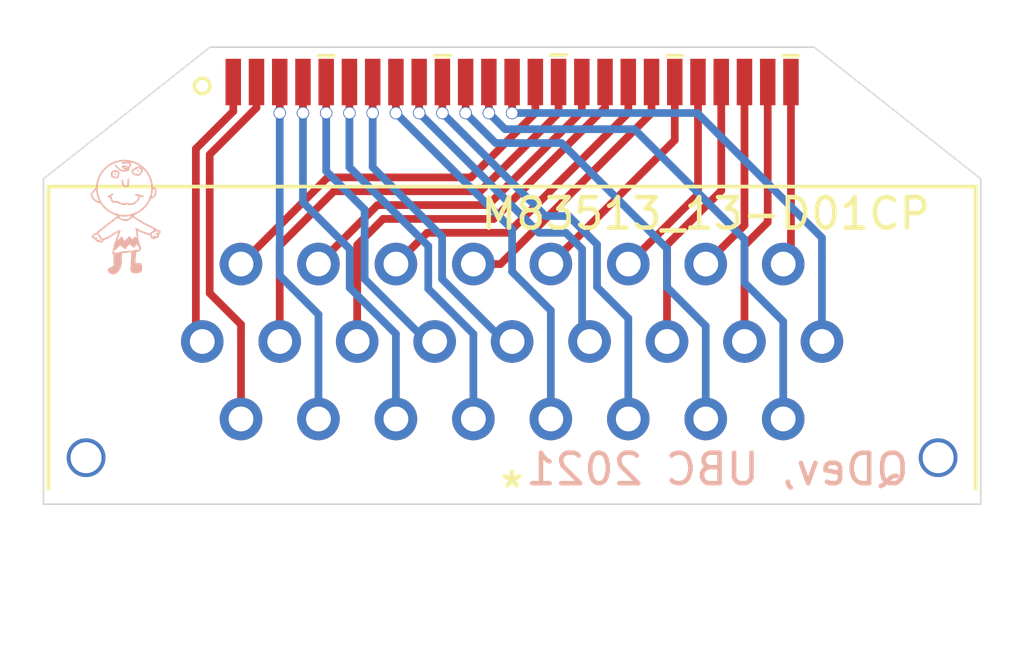
<source format=kicad_pcb>
(kicad_pcb (version 20171130) (host pcbnew "(5.1.10)-1")

  (general
    (thickness 1.6)
    (drawings 15)
    (tracks 133)
    (zones 0)
    (modules 27)
    (nets 26)
  )

  (page A4)
  (title_block
    (title "Dsub to Bondpad")
    (date 2021-10-06)
    (rev 1)
    (company Qdev)
  )

  (layers
    (0 F.Cu signal)
    (31 B.Cu signal)
    (32 B.Adhes user)
    (33 F.Adhes user)
    (34 B.Paste user)
    (35 F.Paste user)
    (36 B.SilkS user)
    (37 F.SilkS user)
    (38 B.Mask user)
    (39 F.Mask user)
    (40 Dwgs.User user)
    (41 Cmts.User user)
    (42 Eco1.User user)
    (43 Eco2.User user)
    (44 Edge.Cuts user)
    (45 Margin user)
    (46 B.CrtYd user)
    (47 F.CrtYd user)
    (48 B.Fab user)
    (49 F.Fab user)
  )

  (setup
    (last_trace_width 0.254)
    (user_trace_width 0.254)
    (user_trace_width 0.3048)
    (trace_clearance 0.2)
    (zone_clearance 0.127)
    (zone_45_only no)
    (trace_min 0.2)
    (via_size 0.8)
    (via_drill 0.4)
    (via_min_size 0.4)
    (via_min_drill 0.3)
    (user_via 0.4064 0.381)
    (user_via 1.27 1.016)
    (uvia_size 0.3)
    (uvia_drill 0.1)
    (uvias_allowed no)
    (uvia_min_size 0.2)
    (uvia_min_drill 0.1)
    (edge_width 0.05)
    (segment_width 0.2)
    (pcb_text_width 0.3)
    (pcb_text_size 1.5 1.5)
    (mod_edge_width 0.12)
    (mod_text_size 1 1)
    (mod_text_width 0.15)
    (pad_size 1.524 1.524)
    (pad_drill 0.762)
    (pad_to_mask_clearance 0)
    (aux_axis_origin 0 0)
    (visible_elements 7FFFFFFF)
    (pcbplotparams
      (layerselection 0x010fc_ffffffff)
      (usegerberextensions false)
      (usegerberattributes true)
      (usegerberadvancedattributes true)
      (creategerberjobfile true)
      (excludeedgelayer true)
      (linewidth 0.100000)
      (plotframeref false)
      (viasonmask false)
      (mode 1)
      (useauxorigin false)
      (hpglpennumber 1)
      (hpglpenspeed 20)
      (hpglpendiameter 15.000000)
      (psnegative false)
      (psa4output false)
      (plotreference true)
      (plotvalue true)
      (plotinvisibletext false)
      (padsonsilk false)
      (subtractmaskfromsilk false)
      (outputformat 1)
      (mirror false)
      (drillshape 1)
      (scaleselection 1)
      (outputdirectory ""))
  )

  (net 0 "")
  (net 1 "Net-(J1-Pad2)")
  (net 2 "Net-(J1-Pad3)")
  (net 3 "Net-(J1-Pad4)")
  (net 4 "Net-(J1-Pad6)")
  (net 5 "Net-(J1-Pad8)")
  (net 6 "Net-(J1-Pad10)")
  (net 7 "Net-(J1-Pad11)")
  (net 8 "Net-(J1-Pad12)")
  (net 9 "Net-(J1-Pad1)")
  (net 10 "Net-(J1-Pad15)")
  (net 11 "Net-(J1-Pad17)")
  (net 12 "Net-(J1-Pad5)")
  (net 13 "Net-(J1-Pad7)")
  (net 14 "Net-(J1-Pad9)")
  (net 15 "Net-(J1-Pad22)")
  (net 16 "Net-(J1-Pad24)")
  (net 17 "Net-(J1-Pad13)")
  (net 18 "Net-(J1-Pad14)")
  (net 19 "Net-(J1-Pad16)")
  (net 20 "Net-(J1-Pad18)")
  (net 21 "Net-(J1-Pad19)")
  (net 22 "Net-(J1-Pad20)")
  (net 23 "Net-(J1-Pad21)")
  (net 24 "Net-(J1-Pad23)")
  (net 25 "Net-(J1-Pad25)")

  (net_class Default "This is the default net class."
    (clearance 0.2)
    (trace_width 0.25)
    (via_dia 0.8)
    (via_drill 0.4)
    (uvia_dia 0.3)
    (uvia_drill 0.1)
    (add_net "Net-(J1-Pad1)")
    (add_net "Net-(J1-Pad10)")
    (add_net "Net-(J1-Pad11)")
    (add_net "Net-(J1-Pad12)")
    (add_net "Net-(J1-Pad13)")
    (add_net "Net-(J1-Pad14)")
    (add_net "Net-(J1-Pad15)")
    (add_net "Net-(J1-Pad16)")
    (add_net "Net-(J1-Pad17)")
    (add_net "Net-(J1-Pad18)")
    (add_net "Net-(J1-Pad19)")
    (add_net "Net-(J1-Pad2)")
    (add_net "Net-(J1-Pad20)")
    (add_net "Net-(J1-Pad21)")
    (add_net "Net-(J1-Pad22)")
    (add_net "Net-(J1-Pad23)")
    (add_net "Net-(J1-Pad24)")
    (add_net "Net-(J1-Pad25)")
    (add_net "Net-(J1-Pad3)")
    (add_net "Net-(J1-Pad4)")
    (add_net "Net-(J1-Pad5)")
    (add_net "Net-(J1-Pad6)")
    (add_net "Net-(J1-Pad7)")
    (add_net "Net-(J1-Pad8)")
    (add_net "Net-(J1-Pad9)")
  )

  (module RC_Filter_Dsub:M83513&slash_13-D01CP (layer F.Cu) (tedit 615F6260) (tstamp 615F7203)
    (at 146.05 137.414 180)
    (path /615E409A)
    (fp_text reference J1 (at 12.827 11.557) (layer F.SilkS) hide
      (effects (font (size 1 1) (thickness 0.15)))
    )
    (fp_text value M83513_13-D01CP (at -6.35 10.033 180) (layer F.SilkS)
      (effects (font (size 1 1) (thickness 0.15)))
    )
    (fp_line (start 15.3289 11.049) (end 15.3289 -4.9022) (layer F.CrtYd) (width 0.05))
    (fp_line (start -15.3289 11.049) (end 15.3289 11.049) (layer F.CrtYd) (width 0.05))
    (fp_line (start -15.3289 -4.9022) (end -15.3289 11.049) (layer F.CrtYd) (width 0.05))
    (fp_line (start 15.3289 -4.9022) (end -15.3289 -4.9022) (layer F.CrtYd) (width 0.05))
    (fp_line (start -9.3091 -4.6482) (end -9.3091 0) (layer F.Fab) (width 0.1))
    (fp_line (start 9.3091 -4.6482) (end -9.3091 -4.6482) (layer F.Fab) (width 0.1))
    (fp_line (start 9.3091 0) (end 9.3091 -4.6482) (layer F.Fab) (width 0.1))
    (fp_line (start -9.3091 0) (end 9.3091 0) (layer F.Fab) (width 0.1))
    (fp_line (start -15.0749 0) (end -15.0749 10.795) (layer F.Fab) (width 0.1))
    (fp_line (start 15.0749 0) (end -15.0749 0) (layer F.Fab) (width 0.1))
    (fp_line (start 15.0749 10.795) (end 15.0749 0) (layer F.Fab) (width 0.1))
    (fp_line (start -15.0749 10.795) (end 15.0749 10.795) (layer F.Fab) (width 0.1))
    (fp_line (start -15.2019 1.016) (end -15.2019 10.922) (layer F.SilkS) (width 0.12))
    (fp_line (start 15.2019 10.922) (end 15.2019 1.016) (layer F.SilkS) (width 0.12))
    (fp_line (start -15.2019 10.922) (end 15.2019 10.922) (layer F.SilkS) (width 0.12))
    (fp_line (start 12.8651 -4.6482) (end 12.8651 0) (layer F.Fab) (width 0.1))
    (fp_line (start 11.6459 0) (end 11.6459 -4.6482) (layer F.Fab) (width 0.1))
    (fp_line (start 13.4747 -4.6482) (end 13.4747 0) (layer F.Fab) (width 0.1))
    (fp_line (start 11.0363 -4.6482) (end 13.4747 -4.6482) (layer F.Fab) (width 0.1))
    (fp_line (start 11.0363 0) (end 11.0363 -4.6482) (layer F.Fab) (width 0.1))
    (fp_line (start -11.6459 -4.6482) (end -11.6459 0) (layer F.Fab) (width 0.1))
    (fp_line (start -12.8651 0) (end -12.8651 -4.6482) (layer F.Fab) (width 0.1))
    (fp_line (start -11.0363 -4.6482) (end -11.0363 0) (layer F.Fab) (width 0.1))
    (fp_line (start -13.4747 -4.6482) (end -11.0363 -4.6482) (layer F.Fab) (width 0.1))
    (fp_line (start -13.4747 0) (end -13.4747 -4.6482) (layer F.Fab) (width 0.1))
    (fp_line (start 9.525 10.795) (end 8.89 12.065) (layer F.Fab) (width 0.1))
    (fp_line (start 8.255 10.795) (end 8.89 12.065) (layer F.Fab) (width 0.1))
    (fp_text user "Copyright 2021 Accelerated Designs. All rights reserved." (at 0 0) (layer Cmts.User)
      (effects (font (size 0.127 0.127) (thickness 0.002)))
    )
    (fp_text user * (at 0 1.016) (layer F.SilkS)
      (effects (font (size 1 1) (thickness 0.15)))
    )
    (fp_text user * (at 0 0) (layer F.Fab)
      (effects (font (size 1 1) (thickness 0.15)))
    )
    (pad 2 thru_hole circle (at 8.89 3.302 180) (size 1.397 1.397) (drill 0.8128) (layers *.Cu *.Mask)
      (net 1 "Net-(J1-Pad2)"))
    (pad 3 thru_hole circle (at 6.35 3.302 180) (size 1.397 1.397) (drill 0.8128) (layers *.Cu *.Mask)
      (net 2 "Net-(J1-Pad3)"))
    (pad 4 thru_hole circle (at 3.81 3.302 180) (size 1.397 1.397) (drill 0.8128) (layers *.Cu *.Mask)
      (net 3 "Net-(J1-Pad4)"))
    (pad 6 thru_hole circle (at 1.27 3.302 180) (size 1.397 1.397) (drill 0.8128) (layers *.Cu *.Mask)
      (net 4 "Net-(J1-Pad6)"))
    (pad 8 thru_hole circle (at -1.27 3.302 180) (size 1.397 1.397) (drill 0.8128) (layers *.Cu *.Mask)
      (net 5 "Net-(J1-Pad8)"))
    (pad 10 thru_hole circle (at -3.81 3.302 180) (size 1.397 1.397) (drill 0.8128) (layers *.Cu *.Mask)
      (net 6 "Net-(J1-Pad10)"))
    (pad 11 thru_hole circle (at -6.35 3.302 180) (size 1.397 1.397) (drill 0.8128) (layers *.Cu *.Mask)
      (net 7 "Net-(J1-Pad11)"))
    (pad 12 thru_hole circle (at -8.89 3.302 180) (size 1.397 1.397) (drill 0.8128) (layers *.Cu *.Mask)
      (net 8 "Net-(J1-Pad12)"))
    (pad 1 thru_hole circle (at 10.16 5.842 180) (size 1.397 1.397) (drill 0.8128) (layers *.Cu *.Mask)
      (net 9 "Net-(J1-Pad1)"))
    (pad 15 thru_hole circle (at 7.62 5.842 180) (size 1.397 1.397) (drill 0.8128) (layers *.Cu *.Mask)
      (net 10 "Net-(J1-Pad15)"))
    (pad 17 thru_hole circle (at 5.08 5.842 180) (size 1.397 1.397) (drill 0.8128) (layers *.Cu *.Mask)
      (net 11 "Net-(J1-Pad17)"))
    (pad 5 thru_hole circle (at 2.54 5.842 180) (size 1.397 1.397) (drill 0.8128) (layers *.Cu *.Mask)
      (net 12 "Net-(J1-Pad5)"))
    (pad 7 thru_hole circle (at 0 5.842 180) (size 1.397 1.397) (drill 0.8128) (layers *.Cu *.Mask)
      (net 13 "Net-(J1-Pad7)"))
    (pad 9 thru_hole circle (at -2.54 5.842 180) (size 1.397 1.397) (drill 0.8128) (layers *.Cu *.Mask)
      (net 14 "Net-(J1-Pad9)"))
    (pad 22 thru_hole circle (at -5.08 5.842 180) (size 1.397 1.397) (drill 0.8128) (layers *.Cu *.Mask)
      (net 15 "Net-(J1-Pad22)"))
    (pad 24 thru_hole circle (at -7.62 5.842 180) (size 1.397 1.397) (drill 0.8128) (layers *.Cu *.Mask)
      (net 16 "Net-(J1-Pad24)"))
    (pad 13 thru_hole circle (at -10.16 5.842 180) (size 1.397 1.397) (drill 0.8128) (layers *.Cu *.Mask)
      (net 17 "Net-(J1-Pad13)"))
    (pad 14 thru_hole circle (at 8.89 8.382 180) (size 1.397 1.397) (drill 0.8128) (layers *.Cu *.Mask)
      (net 18 "Net-(J1-Pad14)"))
    (pad 16 thru_hole circle (at 6.35 8.382 180) (size 1.397 1.397) (drill 0.8128) (layers *.Cu *.Mask)
      (net 19 "Net-(J1-Pad16)"))
    (pad 18 thru_hole circle (at 3.81 8.382 180) (size 1.397 1.397) (drill 0.8128) (layers *.Cu *.Mask)
      (net 20 "Net-(J1-Pad18)"))
    (pad 19 thru_hole circle (at 1.27 8.382 180) (size 1.397 1.397) (drill 0.8128) (layers *.Cu *.Mask)
      (net 21 "Net-(J1-Pad19)"))
    (pad 20 thru_hole circle (at -1.27 8.382 180) (size 1.397 1.397) (drill 0.8128) (layers *.Cu *.Mask)
      (net 22 "Net-(J1-Pad20)"))
    (pad 21 thru_hole circle (at -3.81 8.382 180) (size 1.397 1.397) (drill 0.8128) (layers *.Cu *.Mask)
      (net 23 "Net-(J1-Pad21)"))
    (pad 23 thru_hole circle (at -6.35 8.382 180) (size 1.397 1.397) (drill 0.8128) (layers *.Cu *.Mask)
      (net 24 "Net-(J1-Pad23)"))
    (pad 25 thru_hole circle (at -8.89 8.382 180) (size 1.397 1.397) (drill 0.8128) (layers *.Cu *.Mask)
      (net 25 "Net-(J1-Pad25)"))
    (pad "" np_thru_hole circle (at -12.2555 6.35 270) (size 2.4384 2.4384) (drill 2.4384) (layers *.Cu *.Mask))
    (pad "" np_thru_hole circle (at 12.2555 6.35 180) (size 2.4384 2.4384) (drill 2.4384) (layers *.Cu *.Mask))
  )

  (module RC_Filter_Dsub:BondPad (layer F.Cu) (tedit 615E560A) (tstamp 615EBD7E)
    (at 136.906 123.063)
    (path /61613AC6)
    (fp_text reference 1 (at 0 2.0066) (layer F.SilkS) hide
      (effects (font (size 1 1) (thickness 0.15)))
    )
    (fp_text value BondPad (at 0 -1.8415) (layer F.Fab)
      (effects (font (size 1 1) (thickness 0.15)))
    )
    (fp_line (start -0.254 0.762) (end -0.254 -0.762) (layer F.CrtYd) (width 0.12))
    (fp_line (start -0.254 -0.762) (end 0.254 -0.762) (layer F.CrtYd) (width 0.12))
    (fp_line (start 0.254 -0.762) (end 0.254 0.762) (layer F.CrtYd) (width 0.12))
    (fp_line (start 0.254 0.762) (end -0.254 0.762) (layer F.CrtYd) (width 0.12))
    (fp_text user "Soft gold Bond Pad" (at 0 3.302) (layer Eco1.User)
      (effects (font (size 1 1) (thickness 0.15)))
    )
    (pad 1 smd rect (at 0 0) (size 0.508 1.524) (layers F.Cu F.Paste F.Mask)
      (net 9 "Net-(J1-Pad1)"))
  )

  (module RC_Filter_Dsub:BondPad (layer F.Cu) (tedit 615E560A) (tstamp 615EBD88)
    (at 137.668 123.063)
    (path /615FE957)
    (fp_text reference U2 (at 0 1.905) (layer F.SilkS) hide
      (effects (font (size 1 1) (thickness 0.15)))
    )
    (fp_text value BondPad (at 0 -1.8415) (layer F.Fab)
      (effects (font (size 1 1) (thickness 0.15)))
    )
    (fp_line (start -0.254 0.762) (end -0.254 -0.762) (layer F.CrtYd) (width 0.12))
    (fp_line (start -0.254 -0.762) (end 0.254 -0.762) (layer F.CrtYd) (width 0.12))
    (fp_line (start 0.254 -0.762) (end 0.254 0.762) (layer F.CrtYd) (width 0.12))
    (fp_line (start 0.254 0.762) (end -0.254 0.762) (layer F.CrtYd) (width 0.12))
    (fp_text user "Soft gold Bond Pad" (at 0 3.302) (layer Eco1.User)
      (effects (font (size 1 1) (thickness 0.15)))
    )
    (pad 1 smd rect (at 0 0) (size 0.508 1.524) (layers F.Cu F.Paste F.Mask)
      (net 1 "Net-(J1-Pad2)"))
  )

  (module RC_Filter_Dsub:BondPad (layer F.Cu) (tedit 615E560A) (tstamp 615EBD92)
    (at 138.43 123.063)
    (path /615FF3E0)
    (fp_text reference U3 (at 0 1.905) (layer F.SilkS) hide
      (effects (font (size 1 1) (thickness 0.15)))
    )
    (fp_text value BondPad (at 0 -1.8415) (layer F.Fab)
      (effects (font (size 1 1) (thickness 0.15)))
    )
    (fp_line (start -0.254 0.762) (end -0.254 -0.762) (layer F.CrtYd) (width 0.12))
    (fp_line (start -0.254 -0.762) (end 0.254 -0.762) (layer F.CrtYd) (width 0.12))
    (fp_line (start 0.254 -0.762) (end 0.254 0.762) (layer F.CrtYd) (width 0.12))
    (fp_line (start 0.254 0.762) (end -0.254 0.762) (layer F.CrtYd) (width 0.12))
    (fp_text user "Soft gold Bond Pad" (at 0 3.302) (layer Eco1.User)
      (effects (font (size 1 1) (thickness 0.15)))
    )
    (pad 1 smd rect (at 0 0) (size 0.508 1.524) (layers F.Cu F.Paste F.Mask)
      (net 2 "Net-(J1-Pad3)"))
  )

  (module RC_Filter_Dsub:BondPad (layer F.Cu) (tedit 615E560A) (tstamp 615EBD9C)
    (at 139.192 123.063)
    (path /615FFE12)
    (fp_text reference U4 (at 0 1.905) (layer F.SilkS) hide
      (effects (font (size 1 1) (thickness 0.15)))
    )
    (fp_text value BondPad (at 0 -1.8415) (layer F.Fab)
      (effects (font (size 1 1) (thickness 0.15)))
    )
    (fp_line (start -0.254 0.762) (end -0.254 -0.762) (layer F.CrtYd) (width 0.12))
    (fp_line (start -0.254 -0.762) (end 0.254 -0.762) (layer F.CrtYd) (width 0.12))
    (fp_line (start 0.254 -0.762) (end 0.254 0.762) (layer F.CrtYd) (width 0.12))
    (fp_line (start 0.254 0.762) (end -0.254 0.762) (layer F.CrtYd) (width 0.12))
    (fp_text user "Soft gold Bond Pad" (at 0 3.302) (layer Eco1.User)
      (effects (font (size 1 1) (thickness 0.15)))
    )
    (pad 1 smd rect (at 0 0) (size 0.508 1.524) (layers F.Cu F.Paste F.Mask)
      (net 3 "Net-(J1-Pad4)"))
  )

  (module RC_Filter_Dsub:BondPad (layer F.Cu) (tedit 615E560A) (tstamp 615F64C4)
    (at 139.954 123.063)
    (path /6160E0A6)
    (fp_text reference 5 (at 0 2.0066) (layer F.SilkS) hide
      (effects (font (size 1 1) (thickness 0.15)))
    )
    (fp_text value BondPad (at 0 -1.8415) (layer F.Fab)
      (effects (font (size 1 1) (thickness 0.15)))
    )
    (fp_line (start -0.254 0.762) (end -0.254 -0.762) (layer F.CrtYd) (width 0.12))
    (fp_line (start -0.254 -0.762) (end 0.254 -0.762) (layer F.CrtYd) (width 0.12))
    (fp_line (start 0.254 -0.762) (end 0.254 0.762) (layer F.CrtYd) (width 0.12))
    (fp_line (start 0.254 0.762) (end -0.254 0.762) (layer F.CrtYd) (width 0.12))
    (fp_text user "Soft gold Bond Pad" (at 0 3.302) (layer Eco1.User)
      (effects (font (size 1 1) (thickness 0.15)))
    )
    (pad 1 smd rect (at 0 0) (size 0.508 1.524) (layers F.Cu F.Paste F.Mask)
      (net 12 "Net-(J1-Pad5)"))
  )

  (module RC_Filter_Dsub:BondPad (layer F.Cu) (tedit 615E560A) (tstamp 615F6517)
    (at 140.716 123.063)
    (path /6160177D)
    (fp_text reference U6 (at 0 1.905) (layer F.SilkS) hide
      (effects (font (size 1 1) (thickness 0.15)))
    )
    (fp_text value BondPad (at 0 -1.8415) (layer F.Fab)
      (effects (font (size 1 1) (thickness 0.15)))
    )
    (fp_line (start -0.254 0.762) (end -0.254 -0.762) (layer F.CrtYd) (width 0.12))
    (fp_line (start -0.254 -0.762) (end 0.254 -0.762) (layer F.CrtYd) (width 0.12))
    (fp_line (start 0.254 -0.762) (end 0.254 0.762) (layer F.CrtYd) (width 0.12))
    (fp_line (start 0.254 0.762) (end -0.254 0.762) (layer F.CrtYd) (width 0.12))
    (fp_text user "Soft gold Bond Pad" (at 0 3.302) (layer Eco1.User)
      (effects (font (size 1 1) (thickness 0.15)))
    )
    (pad 1 smd rect (at 0 0) (size 0.508 1.524) (layers F.Cu F.Paste F.Mask)
      (net 4 "Net-(J1-Pad6)"))
  )

  (module RC_Filter_Dsub:BondPad (layer F.Cu) (tedit 615E560A) (tstamp 615EBDBA)
    (at 141.478 123.063)
    (path /6160D7CE)
    (fp_text reference U7 (at 0 1.905) (layer F.SilkS) hide
      (effects (font (size 1 1) (thickness 0.15)))
    )
    (fp_text value BondPad (at 0 -1.8415) (layer F.Fab)
      (effects (font (size 1 1) (thickness 0.15)))
    )
    (fp_line (start -0.254 0.762) (end -0.254 -0.762) (layer F.CrtYd) (width 0.12))
    (fp_line (start -0.254 -0.762) (end 0.254 -0.762) (layer F.CrtYd) (width 0.12))
    (fp_line (start 0.254 -0.762) (end 0.254 0.762) (layer F.CrtYd) (width 0.12))
    (fp_line (start 0.254 0.762) (end -0.254 0.762) (layer F.CrtYd) (width 0.12))
    (fp_text user "Soft gold Bond Pad" (at 0 3.302) (layer Eco1.User)
      (effects (font (size 1 1) (thickness 0.15)))
    )
    (pad 1 smd rect (at 0 0) (size 0.508 1.524) (layers F.Cu F.Paste F.Mask)
      (net 13 "Net-(J1-Pad7)"))
  )

  (module RC_Filter_Dsub:BondPad (layer F.Cu) (tedit 615E560A) (tstamp 615F753A)
    (at 142.24 123.063)
    (path /61603C16)
    (fp_text reference U8 (at 0 1.905) (layer F.SilkS) hide
      (effects (font (size 1 1) (thickness 0.15)))
    )
    (fp_text value BondPad (at 0 -1.8415) (layer F.Fab)
      (effects (font (size 1 1) (thickness 0.15)))
    )
    (fp_line (start -0.254 0.762) (end -0.254 -0.762) (layer F.CrtYd) (width 0.12))
    (fp_line (start -0.254 -0.762) (end 0.254 -0.762) (layer F.CrtYd) (width 0.12))
    (fp_line (start 0.254 -0.762) (end 0.254 0.762) (layer F.CrtYd) (width 0.12))
    (fp_line (start 0.254 0.762) (end -0.254 0.762) (layer F.CrtYd) (width 0.12))
    (fp_text user "Soft gold Bond Pad" (at 0 3.302) (layer Eco1.User)
      (effects (font (size 1 1) (thickness 0.15)))
    )
    (pad 1 smd rect (at 0 0) (size 0.508 1.524) (layers F.Cu F.Paste F.Mask)
      (net 5 "Net-(J1-Pad8)"))
  )

  (module RC_Filter_Dsub:BondPad (layer F.Cu) (tedit 615E560A) (tstamp 615EBDCE)
    (at 143.002 123.063)
    (path /616170F9)
    (fp_text reference U9 (at 0 1.905) (layer F.SilkS) hide
      (effects (font (size 1 1) (thickness 0.15)))
    )
    (fp_text value BondPad (at 0 -1.8415) (layer F.Fab)
      (effects (font (size 1 1) (thickness 0.15)))
    )
    (fp_line (start -0.254 0.762) (end -0.254 -0.762) (layer F.CrtYd) (width 0.12))
    (fp_line (start -0.254 -0.762) (end 0.254 -0.762) (layer F.CrtYd) (width 0.12))
    (fp_line (start 0.254 -0.762) (end 0.254 0.762) (layer F.CrtYd) (width 0.12))
    (fp_line (start 0.254 0.762) (end -0.254 0.762) (layer F.CrtYd) (width 0.12))
    (fp_text user "Soft gold Bond Pad" (at 0 3.302) (layer Eco1.User)
      (effects (font (size 1 1) (thickness 0.15)))
    )
    (pad 1 smd rect (at 0 0) (size 0.508 1.524) (layers F.Cu F.Paste F.Mask)
      (net 14 "Net-(J1-Pad9)"))
  )

  (module RC_Filter_Dsub:BondPad (layer F.Cu) (tedit 615E560A) (tstamp 615FA708)
    (at 143.764 123.063)
    (path /61604170)
    (fp_text reference 10 (at 0 2.0066) (layer F.SilkS) hide
      (effects (font (size 1 1) (thickness 0.15)))
    )
    (fp_text value BondPad (at 0 -1.8415) (layer F.Fab)
      (effects (font (size 1 1) (thickness 0.15)))
    )
    (fp_line (start -0.254 0.762) (end -0.254 -0.762) (layer F.CrtYd) (width 0.12))
    (fp_line (start -0.254 -0.762) (end 0.254 -0.762) (layer F.CrtYd) (width 0.12))
    (fp_line (start 0.254 -0.762) (end 0.254 0.762) (layer F.CrtYd) (width 0.12))
    (fp_line (start 0.254 0.762) (end -0.254 0.762) (layer F.CrtYd) (width 0.12))
    (fp_text user "Soft gold Bond Pad" (at 0 3.302) (layer Eco1.User)
      (effects (font (size 1 1) (thickness 0.15)))
    )
    (pad 1 smd rect (at 0 0) (size 0.508 1.524) (layers F.Cu F.Paste F.Mask)
      (net 6 "Net-(J1-Pad10)"))
  )

  (module RC_Filter_Dsub:BondPad (layer F.Cu) (tedit 615E560A) (tstamp 615EBDE2)
    (at 144.526 123.063)
    (path /616110C9)
    (fp_text reference U11 (at 0 1.905) (layer F.SilkS) hide
      (effects (font (size 1 1) (thickness 0.15)))
    )
    (fp_text value BondPad (at 0 -1.8415) (layer F.Fab)
      (effects (font (size 1 1) (thickness 0.15)))
    )
    (fp_line (start -0.254 0.762) (end -0.254 -0.762) (layer F.CrtYd) (width 0.12))
    (fp_line (start -0.254 -0.762) (end 0.254 -0.762) (layer F.CrtYd) (width 0.12))
    (fp_line (start 0.254 -0.762) (end 0.254 0.762) (layer F.CrtYd) (width 0.12))
    (fp_line (start 0.254 0.762) (end -0.254 0.762) (layer F.CrtYd) (width 0.12))
    (fp_text user "Soft gold Bond Pad" (at 0 3.302) (layer Eco1.User)
      (effects (font (size 1 1) (thickness 0.15)))
    )
    (pad 1 smd rect (at 0 0) (size 0.508 1.524) (layers F.Cu F.Paste F.Mask)
      (net 7 "Net-(J1-Pad11)"))
  )

  (module RC_Filter_Dsub:BondPad (layer F.Cu) (tedit 615E560A) (tstamp 615EBDEC)
    (at 145.288 123.063)
    (path /6160A3FF)
    (fp_text reference U12 (at 0 1.905) (layer F.SilkS) hide
      (effects (font (size 1 1) (thickness 0.15)))
    )
    (fp_text value BondPad (at 0 -1.8415) (layer F.Fab)
      (effects (font (size 1 1) (thickness 0.15)))
    )
    (fp_line (start -0.254 0.762) (end -0.254 -0.762) (layer F.CrtYd) (width 0.12))
    (fp_line (start -0.254 -0.762) (end 0.254 -0.762) (layer F.CrtYd) (width 0.12))
    (fp_line (start 0.254 -0.762) (end 0.254 0.762) (layer F.CrtYd) (width 0.12))
    (fp_line (start 0.254 0.762) (end -0.254 0.762) (layer F.CrtYd) (width 0.12))
    (fp_text user "Soft gold Bond Pad" (at 0 3.302) (layer Eco1.User)
      (effects (font (size 1 1) (thickness 0.15)))
    )
    (pad 1 smd rect (at 0 0) (size 0.508 1.524) (layers F.Cu F.Paste F.Mask)
      (net 8 "Net-(J1-Pad12)"))
  )

  (module RC_Filter_Dsub:BondPad (layer F.Cu) (tedit 615E560A) (tstamp 615EBDF6)
    (at 146.05 123.063)
    (path /61618146)
    (fp_text reference U13 (at 0 1.905) (layer F.SilkS) hide
      (effects (font (size 1 1) (thickness 0.15)))
    )
    (fp_text value BondPad (at 0 -1.8415) (layer F.Fab)
      (effects (font (size 1 1) (thickness 0.15)))
    )
    (fp_line (start -0.254 0.762) (end -0.254 -0.762) (layer F.CrtYd) (width 0.12))
    (fp_line (start -0.254 -0.762) (end 0.254 -0.762) (layer F.CrtYd) (width 0.12))
    (fp_line (start 0.254 -0.762) (end 0.254 0.762) (layer F.CrtYd) (width 0.12))
    (fp_line (start 0.254 0.762) (end -0.254 0.762) (layer F.CrtYd) (width 0.12))
    (fp_text user "Soft gold Bond Pad" (at 0 3.302) (layer Eco1.User)
      (effects (font (size 1 1) (thickness 0.15)))
    )
    (pad 1 smd rect (at 0 0) (size 0.508 1.524) (layers F.Cu F.Paste F.Mask)
      (net 17 "Net-(J1-Pad13)"))
  )

  (module RC_Filter_Dsub:BondPad (layer F.Cu) (tedit 615E560A) (tstamp 615EBE00)
    (at 146.812 123.063)
    (path /616187FF)
    (fp_text reference U14 (at 0 1.905) (layer F.SilkS) hide
      (effects (font (size 1 1) (thickness 0.15)))
    )
    (fp_text value BondPad (at 0 -1.8415) (layer F.Fab)
      (effects (font (size 1 1) (thickness 0.15)))
    )
    (fp_line (start -0.254 0.762) (end -0.254 -0.762) (layer F.CrtYd) (width 0.12))
    (fp_line (start -0.254 -0.762) (end 0.254 -0.762) (layer F.CrtYd) (width 0.12))
    (fp_line (start 0.254 -0.762) (end 0.254 0.762) (layer F.CrtYd) (width 0.12))
    (fp_line (start 0.254 0.762) (end -0.254 0.762) (layer F.CrtYd) (width 0.12))
    (fp_text user "Soft gold Bond Pad" (at 0 3.302) (layer Eco1.User)
      (effects (font (size 1 1) (thickness 0.15)))
    )
    (pad 1 smd rect (at 0 0) (size 0.508 1.524) (layers F.Cu F.Paste F.Mask)
      (net 18 "Net-(J1-Pad14)"))
  )

  (module RC_Filter_Dsub:BondPad (layer F.Cu) (tedit 615E560A) (tstamp 615EBE0A)
    (at 147.574 123.063)
    (path /61613F80)
    (fp_text reference 15 (at 0 2.0066) (layer F.SilkS) hide
      (effects (font (size 1 1) (thickness 0.15)))
    )
    (fp_text value BondPad (at 0 -1.8415) (layer F.Fab)
      (effects (font (size 1 1) (thickness 0.15)))
    )
    (fp_line (start -0.254 0.762) (end -0.254 -0.762) (layer F.CrtYd) (width 0.12))
    (fp_line (start -0.254 -0.762) (end 0.254 -0.762) (layer F.CrtYd) (width 0.12))
    (fp_line (start 0.254 -0.762) (end 0.254 0.762) (layer F.CrtYd) (width 0.12))
    (fp_line (start 0.254 0.762) (end -0.254 0.762) (layer F.CrtYd) (width 0.12))
    (fp_text user "Soft gold Bond Pad" (at 0 3.302) (layer Eco1.User)
      (effects (font (size 1 1) (thickness 0.15)))
    )
    (pad 1 smd rect (at 0 0) (size 0.508 1.524) (layers F.Cu F.Paste F.Mask)
      (net 10 "Net-(J1-Pad15)"))
  )

  (module RC_Filter_Dsub:BondPad (layer F.Cu) (tedit 615E560A) (tstamp 615EBE14)
    (at 148.336 123.063)
    (path /61618EFE)
    (fp_text reference U16 (at 0 1.905) (layer F.SilkS) hide
      (effects (font (size 1 1) (thickness 0.15)))
    )
    (fp_text value BondPad (at 0 -1.8415) (layer F.Fab)
      (effects (font (size 1 1) (thickness 0.15)))
    )
    (fp_line (start -0.254 0.762) (end -0.254 -0.762) (layer F.CrtYd) (width 0.12))
    (fp_line (start -0.254 -0.762) (end 0.254 -0.762) (layer F.CrtYd) (width 0.12))
    (fp_line (start 0.254 -0.762) (end 0.254 0.762) (layer F.CrtYd) (width 0.12))
    (fp_line (start 0.254 0.762) (end -0.254 0.762) (layer F.CrtYd) (width 0.12))
    (fp_text user "Soft gold Bond Pad" (at 0 3.302) (layer Eco1.User)
      (effects (font (size 1 1) (thickness 0.15)))
    )
    (pad 1 smd rect (at 0 0) (size 0.508 1.524) (layers F.Cu F.Paste F.Mask)
      (net 19 "Net-(J1-Pad16)"))
  )

  (module RC_Filter_Dsub:BondPad (layer F.Cu) (tedit 615E560A) (tstamp 615EBE1E)
    (at 149.098 123.063)
    (path /6160AC44)
    (fp_text reference U17 (at 0 1.905) (layer F.SilkS) hide
      (effects (font (size 1 1) (thickness 0.15)))
    )
    (fp_text value BondPad (at 0 -1.8415) (layer F.Fab)
      (effects (font (size 1 1) (thickness 0.15)))
    )
    (fp_line (start -0.254 0.762) (end -0.254 -0.762) (layer F.CrtYd) (width 0.12))
    (fp_line (start -0.254 -0.762) (end 0.254 -0.762) (layer F.CrtYd) (width 0.12))
    (fp_line (start 0.254 -0.762) (end 0.254 0.762) (layer F.CrtYd) (width 0.12))
    (fp_line (start 0.254 0.762) (end -0.254 0.762) (layer F.CrtYd) (width 0.12))
    (fp_text user "Soft gold Bond Pad" (at 0 3.302) (layer Eco1.User)
      (effects (font (size 1 1) (thickness 0.15)))
    )
    (pad 1 smd rect (at 0 0) (size 0.508 1.524) (layers F.Cu F.Paste F.Mask)
      (net 11 "Net-(J1-Pad17)"))
  )

  (module RC_Filter_Dsub:BondPad (layer F.Cu) (tedit 615E560A) (tstamp 615EBE28)
    (at 149.86 123.063)
    (path /616193E9)
    (fp_text reference U18 (at 0 1.905) (layer F.SilkS) hide
      (effects (font (size 1 1) (thickness 0.15)))
    )
    (fp_text value BondPad (at 0 -1.8415) (layer F.Fab)
      (effects (font (size 1 1) (thickness 0.15)))
    )
    (fp_line (start -0.254 0.762) (end -0.254 -0.762) (layer F.CrtYd) (width 0.12))
    (fp_line (start -0.254 -0.762) (end 0.254 -0.762) (layer F.CrtYd) (width 0.12))
    (fp_line (start 0.254 -0.762) (end 0.254 0.762) (layer F.CrtYd) (width 0.12))
    (fp_line (start 0.254 0.762) (end -0.254 0.762) (layer F.CrtYd) (width 0.12))
    (fp_text user "Soft gold Bond Pad" (at 0 3.302) (layer Eco1.User)
      (effects (font (size 1 1) (thickness 0.15)))
    )
    (pad 1 smd rect (at 0 0) (size 0.508 1.524) (layers F.Cu F.Paste F.Mask)
      (net 20 "Net-(J1-Pad18)"))
  )

  (module RC_Filter_Dsub:BondPad (layer F.Cu) (tedit 615E560A) (tstamp 615EBE32)
    (at 150.622 123.063)
    (path /6161991E)
    (fp_text reference U19 (at 0 1.905) (layer F.SilkS) hide
      (effects (font (size 1 1) (thickness 0.15)))
    )
    (fp_text value BondPad (at 0 -1.8415) (layer F.Fab)
      (effects (font (size 1 1) (thickness 0.15)))
    )
    (fp_line (start -0.254 0.762) (end -0.254 -0.762) (layer F.CrtYd) (width 0.12))
    (fp_line (start -0.254 -0.762) (end 0.254 -0.762) (layer F.CrtYd) (width 0.12))
    (fp_line (start 0.254 -0.762) (end 0.254 0.762) (layer F.CrtYd) (width 0.12))
    (fp_line (start 0.254 0.762) (end -0.254 0.762) (layer F.CrtYd) (width 0.12))
    (fp_text user "Soft gold Bond Pad" (at 0 3.302) (layer Eco1.User)
      (effects (font (size 1 1) (thickness 0.15)))
    )
    (pad 1 smd rect (at 0 0) (size 0.508 1.524) (layers F.Cu F.Paste F.Mask)
      (net 21 "Net-(J1-Pad19)"))
  )

  (module RC_Filter_Dsub:BondPad (layer F.Cu) (tedit 615E560A) (tstamp 615F66E0)
    (at 151.384 123.063)
    (path /61619D88)
    (fp_text reference 20 (at 0 2.0066) (layer F.SilkS) hide
      (effects (font (size 1 1) (thickness 0.15)))
    )
    (fp_text value BondPad (at 0 -1.8415) (layer F.Fab)
      (effects (font (size 1 1) (thickness 0.15)))
    )
    (fp_line (start -0.254 0.762) (end -0.254 -0.762) (layer F.CrtYd) (width 0.12))
    (fp_line (start -0.254 -0.762) (end 0.254 -0.762) (layer F.CrtYd) (width 0.12))
    (fp_line (start 0.254 -0.762) (end 0.254 0.762) (layer F.CrtYd) (width 0.12))
    (fp_line (start 0.254 0.762) (end -0.254 0.762) (layer F.CrtYd) (width 0.12))
    (fp_text user "Soft gold Bond Pad" (at 0 3.302) (layer Eco1.User)
      (effects (font (size 1 1) (thickness 0.15)))
    )
    (pad 1 smd rect (at 0 0) (size 0.508 1.524) (layers F.Cu F.Paste F.Mask)
      (net 22 "Net-(J1-Pad20)"))
  )

  (module RC_Filter_Dsub:BondPad (layer F.Cu) (tedit 615E560A) (tstamp 615EBE46)
    (at 152.146 123.063)
    (path /6161E791)
    (fp_text reference U21 (at 0 1.905) (layer F.SilkS) hide
      (effects (font (size 1 1) (thickness 0.15)))
    )
    (fp_text value BondPad (at 0 -1.8415) (layer F.Fab)
      (effects (font (size 1 1) (thickness 0.15)))
    )
    (fp_line (start -0.254 0.762) (end -0.254 -0.762) (layer F.CrtYd) (width 0.12))
    (fp_line (start -0.254 -0.762) (end 0.254 -0.762) (layer F.CrtYd) (width 0.12))
    (fp_line (start 0.254 -0.762) (end 0.254 0.762) (layer F.CrtYd) (width 0.12))
    (fp_line (start 0.254 0.762) (end -0.254 0.762) (layer F.CrtYd) (width 0.12))
    (fp_text user "Soft gold Bond Pad" (at 0 3.302) (layer Eco1.User)
      (effects (font (size 1 1) (thickness 0.15)))
    )
    (pad 1 smd rect (at 0 0) (size 0.508 1.524) (layers F.Cu F.Paste F.Mask)
      (net 23 "Net-(J1-Pad21)"))
  )

  (module RC_Filter_Dsub:BondPad (layer F.Cu) (tedit 615E560A) (tstamp 615EBE50)
    (at 152.908 123.063)
    (path /61617852)
    (fp_text reference U22 (at 0 1.905) (layer F.SilkS) hide
      (effects (font (size 1 1) (thickness 0.15)))
    )
    (fp_text value BondPad (at 0 -1.8415) (layer F.Fab)
      (effects (font (size 1 1) (thickness 0.15)))
    )
    (fp_line (start -0.254 0.762) (end -0.254 -0.762) (layer F.CrtYd) (width 0.12))
    (fp_line (start -0.254 -0.762) (end 0.254 -0.762) (layer F.CrtYd) (width 0.12))
    (fp_line (start 0.254 -0.762) (end 0.254 0.762) (layer F.CrtYd) (width 0.12))
    (fp_line (start 0.254 0.762) (end -0.254 0.762) (layer F.CrtYd) (width 0.12))
    (fp_text user "Soft gold Bond Pad" (at 0 3.302) (layer Eco1.User)
      (effects (font (size 1 1) (thickness 0.15)))
    )
    (pad 1 smd rect (at 0 0) (size 0.508 1.524) (layers F.Cu F.Paste F.Mask)
      (net 15 "Net-(J1-Pad22)"))
  )

  (module RC_Filter_Dsub:BondPad (layer F.Cu) (tedit 615E560A) (tstamp 615F676B)
    (at 153.67 123.063)
    (path /6161ECE1)
    (fp_text reference U23 (at 0 1.905) (layer F.SilkS) hide
      (effects (font (size 1 1) (thickness 0.15)))
    )
    (fp_text value BondPad (at 0 -1.8415) (layer F.Fab)
      (effects (font (size 1 1) (thickness 0.15)))
    )
    (fp_line (start -0.254 0.762) (end -0.254 -0.762) (layer F.CrtYd) (width 0.12))
    (fp_line (start -0.254 -0.762) (end 0.254 -0.762) (layer F.CrtYd) (width 0.12))
    (fp_line (start 0.254 -0.762) (end 0.254 0.762) (layer F.CrtYd) (width 0.12))
    (fp_line (start 0.254 0.762) (end -0.254 0.762) (layer F.CrtYd) (width 0.12))
    (fp_text user "Soft gold Bond Pad" (at 0 3.302) (layer Eco1.User)
      (effects (font (size 1 1) (thickness 0.15)))
    )
    (pad 1 smd rect (at 0 0) (size 0.508 1.524) (layers F.Cu F.Paste F.Mask)
      (net 24 "Net-(J1-Pad23)"))
  )

  (module RC_Filter_Dsub:BondPad (layer F.Cu) (tedit 615E560A) (tstamp 615EBE64)
    (at 154.432 123.063)
    (path /61617CFA)
    (fp_text reference U24 (at 0 1.905) (layer F.SilkS) hide
      (effects (font (size 1 1) (thickness 0.15)))
    )
    (fp_text value BondPad (at 0 -1.8415) (layer F.Fab)
      (effects (font (size 1 1) (thickness 0.15)))
    )
    (fp_line (start -0.254 0.762) (end -0.254 -0.762) (layer F.CrtYd) (width 0.12))
    (fp_line (start -0.254 -0.762) (end 0.254 -0.762) (layer F.CrtYd) (width 0.12))
    (fp_line (start 0.254 -0.762) (end 0.254 0.762) (layer F.CrtYd) (width 0.12))
    (fp_line (start 0.254 0.762) (end -0.254 0.762) (layer F.CrtYd) (width 0.12))
    (fp_text user "Soft gold Bond Pad" (at 0 3.302) (layer Eco1.User)
      (effects (font (size 1 1) (thickness 0.15)))
    )
    (pad 1 smd rect (at 0 0) (size 0.508 1.524) (layers F.Cu F.Paste F.Mask)
      (net 16 "Net-(J1-Pad24)"))
  )

  (module RC_Filter_Dsub:BondPad (layer F.Cu) (tedit 615E560A) (tstamp 615EBE6E)
    (at 155.194 123.063)
    (path /6161F275)
    (fp_text reference 25 (at 0 2.0066) (layer F.SilkS) hide
      (effects (font (size 1 1) (thickness 0.15)))
    )
    (fp_text value BondPad (at 0 -1.8415) (layer F.Fab)
      (effects (font (size 1 1) (thickness 0.15)))
    )
    (fp_line (start -0.254 0.762) (end -0.254 -0.762) (layer F.CrtYd) (width 0.12))
    (fp_line (start -0.254 -0.762) (end 0.254 -0.762) (layer F.CrtYd) (width 0.12))
    (fp_line (start 0.254 -0.762) (end 0.254 0.762) (layer F.CrtYd) (width 0.12))
    (fp_line (start 0.254 0.762) (end -0.254 0.762) (layer F.CrtYd) (width 0.12))
    (fp_text user "Soft gold Bond Pad" (at 0 3.302) (layer Eco1.User)
      (effects (font (size 1 1) (thickness 0.15)))
    )
    (pad 1 smd rect (at 0 0) (size 0.508 1.524) (layers F.Cu F.Paste F.Mask)
      (net 25 "Net-(J1-Pad25)"))
  )

  (module RC_Filter_Dsub:sillyPhotons (layer F.Cu) (tedit 615F6A40) (tstamp 615F70CB)
    (at 133.35 127.254)
    (path /615F8282)
    (fp_text reference U26 (at 0 0) (layer F.SilkS) hide
      (effects (font (size 1.524 1.524) (thickness 0.3)))
    )
    (fp_text value logo (at 0.75 0) (layer F.SilkS) hide
      (effects (font (size 1.524 1.524) (thickness 0.3)))
    )
    (fp_poly (pts (xy 0.449383 -1.308841) (xy 0.455412 -1.303276) (xy 0.458632 -1.295782) (xy 0.458021 -1.287213)
      (xy 0.454333 -1.280461) (xy 0.446385 -1.274411) (xy 0.436714 -1.27269) (xy 0.427295 -1.275424)
      (xy 0.423334 -1.278466) (xy 0.418453 -1.286807) (xy 0.418748 -1.296039) (xy 0.42416 -1.304938)
      (xy 0.424616 -1.305406) (xy 0.432966 -1.31076) (xy 0.441561 -1.31162) (xy 0.449383 -1.308841)) (layer B.SilkS) (width 0.01))
    (fp_poly (pts (xy -0.306455 -1.191274) (xy -0.299422 -1.184616) (xy -0.296367 -1.175204) (xy -0.296333 -1.174044)
      (xy -0.298859 -1.164411) (xy -0.305517 -1.157377) (xy -0.314928 -1.154322) (xy -0.316089 -1.154288)
      (xy -0.324375 -1.156202) (xy -0.3302 -1.159933) (xy -0.335099 -1.168199) (xy -0.335474 -1.177237)
      (xy -0.331956 -1.18553) (xy -0.325179 -1.191556) (xy -0.316089 -1.1938) (xy -0.306455 -1.191274)) (layer B.SilkS) (width 0.01))
    (fp_poly (pts (xy 0.098689 -1.568819) (xy 0.110391 -1.568515) (xy 0.119871 -1.567936) (xy 0.127983 -1.567034)
      (xy 0.135584 -1.565757) (xy 0.143528 -1.564059) (xy 0.151066 -1.562276) (xy 0.170686 -1.557072)
      (xy 0.185652 -1.551897) (xy 0.196934 -1.546307) (xy 0.2055 -1.539855) (xy 0.209788 -1.535329)
      (xy 0.217459 -1.52215) (xy 0.219857 -1.507364) (xy 0.217004 -1.491329) (xy 0.208917 -1.474405)
      (xy 0.206288 -1.470377) (xy 0.200863 -1.461829) (xy 0.193798 -1.449785) (xy 0.185978 -1.435795)
      (xy 0.178288 -1.42141) (xy 0.177729 -1.420336) (xy 0.170065 -1.406076) (xy 0.162142 -1.392199)
      (xy 0.154855 -1.380223) (xy 0.149099 -1.371663) (xy 0.148714 -1.371148) (xy 0.137611 -1.356478)
      (xy 0.138031 -1.329466) (xy 0.137712 -1.312356) (xy 0.135682 -1.299237) (xy 0.131236 -1.28926)
      (xy 0.12367 -1.281575) (xy 0.112281 -1.275333) (xy 0.096364 -1.269683) (xy 0.085985 -1.266676)
      (xy 0.078774 -1.264805) (xy 0.07168 -1.263328) (xy 0.063884 -1.262189) (xy 0.05457 -1.261331)
      (xy 0.042921 -1.260696) (xy 0.02812 -1.260226) (xy 0.009349 -1.259864) (xy -0.014208 -1.259553)
      (xy -0.015522 -1.259538) (xy -0.038788 -1.259286) (xy -0.057175 -1.259158) (xy -0.071449 -1.259197)
      (xy -0.082375 -1.25945) (xy -0.090718 -1.259961) (xy -0.097245 -1.260774) (xy -0.102719 -1.261935)
      (xy -0.107907 -1.263488) (xy -0.112889 -1.265231) (xy -0.128938 -1.271315) (xy -0.141314 -1.276945)
      (xy -0.151791 -1.283141) (xy -0.162143 -1.290922) (xy -0.171332 -1.2988) (xy -0.181255 -1.307252)
      (xy -0.194082 -1.317694) (xy -0.208152 -1.328796) (xy -0.221737 -1.339176) (xy -0.236463 -1.350909)
      (xy -0.252787 -1.365044) (xy -0.268616 -1.379714) (xy -0.280664 -1.391781) (xy -0.296241 -1.408973)
      (xy -0.307542 -1.423351) (xy -0.31483 -1.435451) (xy -0.31837 -1.445812) (xy -0.318428 -1.454969)
      (xy -0.315628 -1.462802) (xy -0.308555 -1.471436) (xy -0.299925 -1.475356) (xy -0.290947 -1.474767)
      (xy -0.282832 -1.469873) (xy -0.276791 -1.46088) (xy -0.275168 -1.455951) (xy -0.271745 -1.449157)
      (xy -0.264486 -1.439592) (xy -0.254043 -1.427909) (xy -0.241065 -1.414761) (xy -0.226204 -1.400801)
      (xy -0.210112 -1.386683) (xy -0.193438 -1.373058) (xy -0.189436 -1.369945) (xy -0.175461 -1.359121)
      (xy -0.161862 -1.34847) (xy -0.14978 -1.338895) (xy -0.140356 -1.331298) (xy -0.136436 -1.328052)
      (xy -0.127947 -1.321193) (xy -0.120006 -1.315763) (xy -0.111817 -1.311598) (xy -0.102587 -1.308537)
      (xy -0.091521 -1.306417) (xy -0.077826 -1.305078) (xy -0.060706 -1.304356) (xy -0.039368 -1.30409)
      (xy -0.018944 -1.304097) (xy 0.005187 -1.304256) (xy 0.024491 -1.304589) (xy 0.039782 -1.305141)
      (xy 0.051875 -1.305956) (xy 0.061587 -1.307078) (xy 0.069731 -1.308554) (xy 0.071967 -1.309066)
      (xy 0.082456 -1.311823) (xy 0.088602 -1.314273) (xy 0.091622 -1.317089) (xy 0.092676 -1.320522)
      (xy 0.092706 -1.325223) (xy 0.090069 -1.325585) (xy 0.088443 -1.324934) (xy 0.08053 -1.32294)
      (xy 0.068634 -1.321746) (xy 0.054361 -1.321355) (xy 0.039315 -1.321769) (xy 0.025101 -1.322992)
      (xy 0.014286 -1.324801) (xy -0.003494 -1.330059) (xy -0.02255 -1.337719) (xy -0.041015 -1.346887)
      (xy -0.057023 -1.356663) (xy -0.065439 -1.363104) (xy -0.077888 -1.377485) (xy -0.086299 -1.395061)
      (xy -0.088361 -1.40558) (xy -0.042333 -1.40558) (xy -0.039788 -1.400329) (xy -0.032788 -1.394004)
      (xy -0.022284 -1.387153) (xy -0.009229 -1.38032) (xy 0.005425 -1.374052) (xy 0.020725 -1.368894)
      (xy 0.022578 -1.36837) (xy 0.033528 -1.366102) (xy 0.045559 -1.36478) (xy 0.057086 -1.364439)
      (xy 0.066523 -1.365114) (xy 0.072284 -1.366841) (xy 0.072793 -1.367252) (xy 0.072152 -1.370212)
      (xy 0.067965 -1.375491) (xy 0.061286 -1.38213) (xy 0.053163 -1.389172) (xy 0.044648 -1.395655)
      (xy 0.036792 -1.400623) (xy 0.03547 -1.401312) (xy 0.028583 -1.404436) (xy 0.021961 -1.406469)
      (xy 0.01411 -1.407637) (xy 0.003535 -1.408168) (xy -0.010432 -1.408288) (xy -0.023896 -1.408062)
      (xy -0.034296 -1.407436) (xy -0.040703 -1.406488) (xy -0.042333 -1.40558) (xy -0.088361 -1.40558)
      (xy -0.090131 -1.4146) (xy -0.090311 -1.4199) (xy -0.089714 -1.429494) (xy -0.087288 -1.436112)
      (xy -0.082076 -1.442357) (xy -0.082061 -1.442372) (xy -0.073812 -1.450622) (xy 0.035931 -1.450622)
      (xy 0.05536 -1.44077) (xy 0.067164 -1.433784) (xy 0.080187 -1.424544) (xy 0.091803 -1.414927)
      (xy 0.092848 -1.413959) (xy 0.101112 -1.406367) (xy 0.107809 -1.400531) (xy 0.111905 -1.397339)
      (xy 0.112603 -1.397) (xy 0.114591 -1.399336) (xy 0.118645 -1.405687) (xy 0.124209 -1.415072)
      (xy 0.130724 -1.426511) (xy 0.137632 -1.439022) (xy 0.144377 -1.451623) (xy 0.1504 -1.463333)
      (xy 0.151098 -1.464733) (xy 0.157022 -1.475821) (xy 0.163695 -1.487104) (xy 0.167218 -1.492528)
      (xy 0.171621 -1.499672) (xy 0.173069 -1.504924) (xy 0.171002 -1.508926) (xy 0.164859 -1.51232)
      (xy 0.154081 -1.51575) (xy 0.144874 -1.518163) (xy 0.137209 -1.519967) (xy 0.129635 -1.521361)
      (xy 0.121292 -1.522396) (xy 0.11132 -1.523125) (xy 0.098857 -1.523598) (xy 0.083043 -1.523867)
      (xy 0.063017 -1.523982) (xy 0.046982 -1.524) (xy -0.027863 -1.524) (xy -0.04985 -1.515533)
      (xy -0.065506 -1.51008) (xy -0.07721 -1.507514) (xy -0.085851 -1.507816) (xy -0.092315 -1.510964)
      (xy -0.095751 -1.514502) (xy -0.100939 -1.523542) (xy -0.101389 -1.531791) (xy -0.096902 -1.539519)
      (xy -0.087277 -1.546996) (xy -0.072316 -1.554488) (xy -0.063414 -1.558081) (xy -0.0381 -1.567744)
      (xy 0.041694 -1.568574) (xy 0.065196 -1.568799) (xy 0.083909 -1.568897) (xy 0.098689 -1.568819)) (layer B.SilkS) (width 0.01))
    (fp_poly (pts (xy 0.438289 -1.413391) (xy 0.452508 -1.412004) (xy 0.4643 -1.410022) (xy 0.46606 -1.409598)
      (xy 0.487325 -1.402797) (xy 0.508857 -1.393596) (xy 0.529553 -1.382652) (xy 0.548312 -1.370624)
      (xy 0.564029 -1.358172) (xy 0.575603 -1.345954) (xy 0.577859 -1.342804) (xy 0.58121 -1.337401)
      (xy 0.583426 -1.332381) (xy 0.584739 -1.326404) (xy 0.585385 -1.318134) (xy 0.585596 -1.306233)
      (xy 0.585611 -1.298428) (xy 0.585549 -1.284309) (xy 0.585133 -1.274163) (xy 0.584021 -1.26632)
      (xy 0.581871 -1.259106) (xy 0.578339 -1.250852) (xy 0.574 -1.241777) (xy 0.568183 -1.230783)
      (xy 0.561095 -1.219518) (xy 0.552045 -1.207025) (xy 0.540344 -1.192348) (xy 0.526796 -1.176269)
      (xy 0.515131 -1.162956) (xy 0.504072 -1.150872) (xy 0.494365 -1.140794) (xy 0.486758 -1.133498)
      (xy 0.482 -1.12976) (xy 0.481963 -1.12974) (xy 0.477195 -1.127693) (xy 0.470982 -1.126232)
      (xy 0.462316 -1.12525) (xy 0.450188 -1.124638) (xy 0.433591 -1.12429) (xy 0.430389 -1.124251)
      (xy 0.414936 -1.124161) (xy 0.401013 -1.124237) (xy 0.389823 -1.124462) (xy 0.382572 -1.124816)
      (xy 0.381 -1.124998) (xy 0.372674 -1.126655) (xy 0.361057 -1.129236) (xy 0.347584 -1.132392)
      (xy 0.333694 -1.135772) (xy 0.32082 -1.139025) (xy 0.310401 -1.141802) (xy 0.303872 -1.143752)
      (xy 0.303389 -1.143924) (xy 0.296909 -1.14781) (xy 0.287889 -1.155189) (xy 0.27726 -1.165104)
      (xy 0.265953 -1.176597) (xy 0.254898 -1.18871) (xy 0.245025 -1.200485) (xy 0.237266 -1.210965)
      (xy 0.235306 -1.214011) (xy 0.229786 -1.223429) (xy 0.226522 -1.23076) (xy 0.224925 -1.238195)
      (xy 0.224406 -1.247926) (xy 0.224373 -1.253759) (xy 0.268111 -1.253759) (xy 0.270369 -1.244303)
      (xy 0.276853 -1.232319) (xy 0.28713 -1.218463) (xy 0.300766 -1.203391) (xy 0.302634 -1.201506)
      (xy 0.31182 -1.192646) (xy 0.318895 -1.18698) (xy 0.325513 -1.183497) (xy 0.333328 -1.181187)
      (xy 0.337285 -1.180339) (xy 0.349526 -1.177642) (xy 0.362183 -1.174519) (xy 0.3683 -1.17285)
      (xy 0.379374 -1.170758) (xy 0.395462 -1.169342) (xy 0.41597 -1.168647) (xy 0.422053 -1.16859)
      (xy 0.461695 -1.1684) (xy 0.492609 -1.204325) (xy 0.508644 -1.223497) (xy 0.520966 -1.239633)
      (xy 0.53 -1.253536) (xy 0.536171 -1.266006) (xy 0.539904 -1.277848) (xy 0.541624 -1.289863)
      (xy 0.541867 -1.297285) (xy 0.541683 -1.308349) (xy 0.540827 -1.315441) (xy 0.538837 -1.320232)
      (xy 0.535256 -1.324391) (xy 0.534106 -1.325483) (xy 0.515652 -1.339724) (xy 0.492999 -1.352337)
      (xy 0.467512 -1.362628) (xy 0.451834 -1.367294) (xy 0.437771 -1.370451) (xy 0.427687 -1.371333)
      (xy 0.420359 -1.369854) (xy 0.414566 -1.365924) (xy 0.413209 -1.364544) (xy 0.404387 -1.358591)
      (xy 0.398068 -1.357488) (xy 0.39184 -1.356655) (xy 0.389592 -1.353475) (xy 0.389467 -1.351659)
      (xy 0.388117 -1.344262) (xy 0.38649 -1.340265) (xy 0.38176 -1.335578) (xy 0.373287 -1.330504)
      (xy 0.362847 -1.325828) (xy 0.352218 -1.322336) (xy 0.343177 -1.320813) (xy 0.342437 -1.3208)
      (xy 0.328999 -1.318143) (xy 0.313859 -1.310221) (xy 0.297149 -1.297108) (xy 0.29264 -1.29293)
      (xy 0.280956 -1.280994) (xy 0.273388 -1.271132) (xy 0.269314 -1.26235) (xy 0.268111 -1.253759)
      (xy 0.224373 -1.253759) (xy 0.224367 -1.254722) (xy 0.224532 -1.266413) (xy 0.225415 -1.27454)
      (xy 0.227597 -1.281184) (xy 0.231658 -1.288423) (xy 0.235371 -1.294118) (xy 0.252303 -1.315696)
      (xy 0.272324 -1.33463) (xy 0.294292 -1.350032) (xy 0.317066 -1.361015) (xy 0.324556 -1.363516)
      (xy 0.334742 -1.368061) (xy 0.345532 -1.376195) (xy 0.353179 -1.383532) (xy 0.368442 -1.397318)
      (xy 0.383364 -1.406501) (xy 0.399562 -1.41177) (xy 0.418654 -1.413816) (xy 0.424337 -1.413905)
      (xy 0.438289 -1.413391)) (layer B.SilkS) (width 0.01))
    (fp_poly (pts (xy -0.316103 -1.292707) (xy -0.302397 -1.29168) (xy -0.284051 -1.290082) (xy -0.283633 -1.290045)
      (xy -0.263803 -1.288085) (xy -0.248539 -1.286059) (xy -0.236767 -1.283721) (xy -0.227413 -1.280826)
      (xy -0.219401 -1.277129) (xy -0.214562 -1.274279) (xy -0.206027 -1.268414) (xy -0.199304 -1.262338)
      (xy -0.194208 -1.255329) (xy -0.190552 -1.246668) (xy -0.188151 -1.235634) (xy -0.186817 -1.221507)
      (xy -0.186366 -1.203566) (xy -0.186612 -1.181091) (xy -0.186953 -1.167361) (xy -0.187512 -1.148883)
      (xy -0.188124 -1.13488) (xy -0.188951 -1.124184) (xy -0.190152 -1.115627) (xy -0.191889 -1.108039)
      (xy -0.194321 -1.100254) (xy -0.197342 -1.091834) (xy -0.20695 -1.070396) (xy -0.218067 -1.054049)
      (xy -0.23056 -1.042975) (xy -0.235283 -1.040354) (xy -0.242913 -1.038264) (xy -0.254924 -1.036761)
      (xy -0.270082 -1.035838) (xy -0.287155 -1.035487) (xy -0.304911 -1.035701) (xy -0.322116 -1.036472)
      (xy -0.337538 -1.037793) (xy -0.349944 -1.039657) (xy -0.3556 -1.041087) (xy -0.373229 -1.047791)
      (xy -0.391349 -1.056411) (xy -0.408613 -1.066158) (xy -0.423673 -1.076248) (xy -0.435179 -1.085894)
      (xy -0.438433 -1.08939) (xy -0.442198 -1.095239) (xy -0.44503 -1.103112) (xy -0.447003 -1.113682)
      (xy -0.448192 -1.12762) (xy -0.448675 -1.145597) (xy -0.448525 -1.168284) (xy -0.448334 -1.177576)
      (xy -0.447545 -1.211476) (xy -0.403578 -1.211476) (xy -0.403578 -1.115527) (xy -0.392994 -1.108666)
      (xy -0.379803 -1.100927) (xy -0.363998 -1.092833) (xy -0.348339 -1.08575) (xy -0.340078 -1.082522)
      (xy -0.330167 -1.080332) (xy -0.315033 -1.078914) (xy -0.295048 -1.078301) (xy -0.293118 -1.078287)
      (xy -0.277711 -1.078318) (xy -0.26689 -1.078691) (xy -0.259598 -1.079527) (xy -0.25478 -1.080945)
      (xy -0.251428 -1.083027) (xy -0.247524 -1.088096) (xy -0.242953 -1.096749) (xy -0.238674 -1.107161)
      (xy -0.238475 -1.107722) (xy -0.236008 -1.115146) (xy -0.234202 -1.121993) (xy -0.232955 -1.129337)
      (xy -0.232163 -1.138257) (xy -0.231722 -1.149829) (xy -0.231528 -1.16513) (xy -0.231482 -1.180322)
      (xy -0.231422 -1.233166) (xy -0.240583 -1.237903) (xy -0.248465 -1.240443) (xy -0.260561 -1.242514)
      (xy -0.275453 -1.244022) (xy -0.291721 -1.244872) (xy -0.307948 -1.244968) (xy -0.322714 -1.244216)
      (xy -0.327378 -1.243722) (xy -0.345865 -1.241276) (xy -0.359756 -1.238993) (xy -0.370078 -1.236548)
      (xy -0.377856 -1.233616) (xy -0.384117 -1.229869) (xy -0.389888 -1.224981) (xy -0.391583 -1.223338)
      (xy -0.403578 -1.211476) (xy -0.447545 -1.211476) (xy -0.447322 -1.221037) (xy -0.436739 -1.238183)
      (xy -0.43151 -1.246996) (xy -0.427728 -1.254027) (xy -0.426162 -1.257835) (xy -0.426155 -1.257939)
      (xy -0.423921 -1.262092) (xy -0.418224 -1.267611) (xy -0.410569 -1.273184) (xy -0.404989 -1.276349)
      (xy -0.397643 -1.27879) (xy -0.387171 -1.280876) (xy -0.377961 -1.281959) (xy -0.366267 -1.283533)
      (xy -0.355119 -1.286143) (xy -0.348635 -1.28849) (xy -0.34373 -1.290657) (xy -0.338983 -1.29214)
      (xy -0.333437 -1.29296) (xy -0.32613 -1.293142) (xy -0.316103 -1.292707)) (layer B.SilkS) (width 0.01))
    (fp_poly (pts (xy 0.129216 -1.024319) (xy 0.136245 -1.017155) (xy 0.136827 -1.016099) (xy 0.138858 -1.008949)
      (xy 0.14025 -0.997414) (xy 0.141005 -0.982716) (xy 0.141125 -0.966076) (xy 0.140614 -0.948717)
      (xy 0.139474 -0.93186) (xy 0.137708 -0.916729) (xy 0.136586 -0.910166) (xy 0.133764 -0.892825)
      (xy 0.131752 -0.874496) (xy 0.130604 -0.8565) (xy 0.130374 -0.840157) (xy 0.131118 -0.826789)
      (xy 0.132763 -0.818085) (xy 0.134911 -0.807718) (xy 0.133568 -0.797735) (xy 0.133236 -0.796572)
      (xy 0.130683 -0.787327) (xy 0.128641 -0.77891) (xy 0.128497 -0.778227) (xy 0.126087 -0.77242)
      (xy 0.120975 -0.770565) (xy 0.119185 -0.770524) (xy 0.113477 -0.769292) (xy 0.104271 -0.765925)
      (xy 0.093025 -0.760996) (xy 0.085189 -0.757164) (xy 0.072332 -0.750829) (xy 0.062563 -0.746771)
      (xy 0.054086 -0.744439) (xy 0.045103 -0.743285) (xy 0.038622 -0.742925) (xy 0.023121 -0.74315)
      (xy 0.009324 -0.74561) (xy -0.00034 -0.748615) (xy -0.016835 -0.756039) (xy -0.034009 -0.766631)
      (xy -0.050473 -0.779285) (xy -0.064839 -0.79289) (xy -0.075718 -0.80634) (xy -0.078586 -0.811062)
      (xy -0.083593 -0.820265) (xy -0.0881 -0.828533) (xy -0.089936 -0.831891) (xy -0.092212 -0.837841)
      (xy -0.091807 -0.84428) (xy -0.090225 -0.84975) (xy -0.088578 -0.85585) (xy -0.088364 -0.86146)
      (xy -0.089802 -0.868351) (xy -0.093115 -0.878293) (xy -0.094141 -0.881132) (xy -0.097509 -0.891116)
      (xy -0.099698 -0.90004) (xy -0.10095 -0.909648) (xy -0.101507 -0.921682) (xy -0.101613 -0.935001)
      (xy -0.10118 -0.953932) (xy -0.099698 -0.967929) (xy -0.096869 -0.977651) (xy -0.092392 -0.98376)
      (xy -0.08597 -0.986915) (xy -0.077693 -0.987777) (xy -0.070737 -0.986027) (xy -0.064518 -0.982386)
      (xy -0.061794 -0.979823) (xy -0.059858 -0.976603) (xy -0.05851 -0.971699) (xy -0.057548 -0.964083)
      (xy -0.056772 -0.952727) (xy -0.056108 -0.939347) (xy -0.055109 -0.921997) (xy -0.053742 -0.908376)
      (xy -0.05169 -0.896573) (xy -0.048633 -0.884674) (xy -0.045145 -0.873477) (xy -0.041213 -0.860684)
      (xy -0.038039 -0.848944) (xy -0.03604 -0.839874) (xy -0.035567 -0.836202) (xy -0.032424 -0.826189)
      (xy -0.023989 -0.815866) (xy -0.010579 -0.805547) (xy 0.003679 -0.797423) (xy 0.019502 -0.790492)
      (xy 0.032903 -0.7875) (xy 0.0455 -0.788444) (xy 0.058912 -0.79332) (xy 0.066554 -0.797302)
      (xy 0.084261 -0.807204) (xy 0.085531 -0.848808) (xy 0.08632 -0.865762) (xy 0.087581 -0.882762)
      (xy 0.089155 -0.898032) (xy 0.090879 -0.909792) (xy 0.09123 -0.911577) (xy 0.093304 -0.924997)
      (xy 0.094852 -0.942128) (xy 0.095721 -0.96105) (xy 0.095849 -0.969433) (xy 0.096176 -0.98735)
      (xy 0.097106 -1.000561) (xy 0.098886 -1.009994) (xy 0.101759 -1.016577) (xy 0.105973 -1.021237)
      (xy 0.110303 -1.024109) (xy 0.12008 -1.026785) (xy 0.129216 -1.024319)) (layer B.SilkS) (width 0.01))
    (fp_poly (pts (xy -0.394018 -0.527525) (xy -0.389958 -0.524045) (xy -0.384297 -0.514935) (xy -0.384154 -0.505767)
      (xy -0.38941 -0.496771) (xy -0.399945 -0.488179) (xy -0.411755 -0.481903) (xy -0.42609 -0.475094)
      (xy -0.435887 -0.469485) (xy -0.441931 -0.464406) (xy -0.44501 -0.459188) (xy -0.445909 -0.45316)
      (xy -0.445911 -0.452808) (xy -0.445058 -0.445866) (xy -0.442774 -0.435366) (xy -0.439469 -0.423082)
      (xy -0.437622 -0.417017) (xy -0.433315 -0.402977) (xy -0.429083 -0.388413) (xy -0.425651 -0.375846)
      (xy -0.42481 -0.372533) (xy -0.420999 -0.358022) (xy -0.417249 -0.346615) (xy -0.412639 -0.336025)
      (xy -0.40625 -0.323971) (xy -0.402766 -0.317838) (xy -0.393486 -0.303045) (xy -0.384089 -0.290486)
      (xy -0.375334 -0.281055) (xy -0.367977 -0.275645) (xy -0.366456 -0.275029) (xy -0.360636 -0.275431)
      (xy -0.351801 -0.279628) (xy -0.344803 -0.284081) (xy -0.335294 -0.290096) (xy -0.327752 -0.293372)
      (xy -0.319746 -0.29471) (xy -0.311855 -0.294922) (xy -0.301755 -0.294477) (xy -0.293617 -0.292647)
      (xy -0.285033 -0.288686) (xy -0.27762 -0.284338) (xy -0.268943 -0.27923) (xy -0.262087 -0.276101)
      (xy -0.255119 -0.274469) (xy -0.246102 -0.273848) (xy -0.235268 -0.273755) (xy -0.218832 -0.273396)
      (xy -0.206406 -0.271915) (xy -0.196382 -0.268701) (xy -0.187147 -0.263146) (xy -0.177093 -0.254642)
      (xy -0.172038 -0.249851) (xy -0.152949 -0.231422) (xy -0.126047 -0.231422) (xy -0.110151 -0.231096)
      (xy -0.098388 -0.229823) (xy -0.08927 -0.227161) (xy -0.081306 -0.222668) (xy -0.073009 -0.215901)
      (xy -0.072627 -0.215557) (xy -0.061575 -0.205572) (xy -0.02726 -0.206503) (xy -0.012456 -0.206993)
      (xy -0.001662 -0.207744) (xy 0.006756 -0.209083) (xy 0.014432 -0.211338) (xy 0.023 -0.21484)
      (xy 0.029989 -0.218016) (xy 0.048248 -0.225262) (xy 0.064034 -0.228566) (xy 0.078866 -0.227975)
      (xy 0.094265 -0.223534) (xy 0.102001 -0.220191) (xy 0.117501 -0.21385) (xy 0.133125 -0.209584)
      (xy 0.150498 -0.207095) (xy 0.171248 -0.206083) (xy 0.17912 -0.206022) (xy 0.198106 -0.20681)
      (xy 0.218671 -0.208998) (xy 0.239412 -0.212317) (xy 0.258927 -0.2165) (xy 0.275811 -0.221281)
      (xy 0.288664 -0.226393) (xy 0.290148 -0.227166) (xy 0.297019 -0.231746) (xy 0.306824 -0.239396)
      (xy 0.31848 -0.249219) (xy 0.330907 -0.26032) (xy 0.337059 -0.266058) (xy 0.349874 -0.277874)
      (xy 0.362841 -0.289269) (xy 0.374746 -0.299214) (xy 0.384374 -0.306678) (xy 0.387549 -0.308893)
      (xy 0.397573 -0.316383) (xy 0.406743 -0.324729) (xy 0.412676 -0.331611) (xy 0.41625 -0.337927)
      (xy 0.421322 -0.348391) (xy 0.427416 -0.361864) (xy 0.434057 -0.377203) (xy 0.440769 -0.393271)
      (xy 0.447076 -0.408925) (xy 0.452503 -0.423027) (xy 0.456575 -0.434436) (xy 0.458815 -0.442011)
      (xy 0.458903 -0.442433) (xy 0.459536 -0.446589) (xy 0.458732 -0.449416) (xy 0.455476 -0.451622)
      (xy 0.44875 -0.453915) (xy 0.438255 -0.45681) (xy 0.425106 -0.459954) (xy 0.409072 -0.4632)
      (xy 0.392876 -0.466014) (xy 0.386818 -0.466919) (xy 0.372226 -0.469228) (xy 0.362119 -0.471546)
      (xy 0.355343 -0.474205) (xy 0.351006 -0.477294) (xy 0.345399 -0.485726) (xy 0.344259 -0.495002)
      (xy 0.347054 -0.503688) (xy 0.353257 -0.510348) (xy 0.362336 -0.513546) (xy 0.36441 -0.513644)
      (xy 0.377539 -0.512818) (xy 0.394783 -0.510499) (xy 0.414884 -0.506928) (xy 0.436587 -0.502345)
      (xy 0.458633 -0.496991) (xy 0.475082 -0.492486) (xy 0.491539 -0.487882) (xy 0.507762 -0.483626)
      (xy 0.522228 -0.480099) (xy 0.533415 -0.47768) (xy 0.536594 -0.477114) (xy 0.549745 -0.474365)
      (xy 0.564323 -0.470353) (xy 0.574053 -0.467077) (xy 0.58442 -0.463512) (xy 0.593508 -0.460976)
      (xy 0.599295 -0.460022) (xy 0.607088 -0.45749) (xy 0.613677 -0.451043) (xy 0.61758 -0.442402)
      (xy 0.618067 -0.438173) (xy 0.615675 -0.428823) (xy 0.609007 -0.422225) (xy 0.598826 -0.418584)
      (xy 0.585894 -0.418107) (xy 0.570974 -0.421) (xy 0.563769 -0.423474) (xy 0.555285 -0.426306)
      (xy 0.543936 -0.429483) (xy 0.531448 -0.432592) (xy 0.519545 -0.435224) (xy 0.509953 -0.436966)
      (xy 0.50513 -0.437444) (xy 0.503178 -0.434955) (xy 0.500521 -0.428491) (xy 0.498245 -0.421216)
      (xy 0.495171 -0.411487) (xy 0.490598 -0.398608) (xy 0.485264 -0.384611) (xy 0.482107 -0.376766)
      (xy 0.472274 -0.353239) (xy 0.463935 -0.334292) (xy 0.456629 -0.319209) (xy 0.449897 -0.307274)
      (xy 0.443276 -0.297771) (xy 0.436307 -0.289985) (xy 0.42853 -0.2832) (xy 0.419483 -0.2767)
      (xy 0.416423 -0.274679) (xy 0.406344 -0.267426) (xy 0.393958 -0.257485) (xy 0.380897 -0.246212)
      (xy 0.369711 -0.235856) (xy 0.351686 -0.218846) (xy 0.336354 -0.205463) (xy 0.322672 -0.195105)
      (xy 0.309595 -0.187171) (xy 0.296077 -0.181058) (xy 0.281075 -0.176165) (xy 0.263545 -0.17189)
      (xy 0.255921 -0.170285) (xy 0.21457 -0.163638) (xy 0.176528 -0.161246) (xy 0.141902 -0.163103)
      (xy 0.110798 -0.169203) (xy 0.083322 -0.17954) (xy 0.082867 -0.179761) (xy 0.068367 -0.186869)
      (xy 0.045798 -0.176678) (xy 0.033301 -0.171504) (xy 0.020609 -0.167013) (xy 0.010101 -0.164031)
      (xy 0.008407 -0.163677) (xy -0.003669 -0.162107) (xy -0.01853 -0.161234) (xy -0.034614 -0.161034)
      (xy -0.050357 -0.161484) (xy -0.064198 -0.162558) (xy -0.074573 -0.164232) (xy -0.077259 -0.165012)
      (xy -0.086387 -0.169599) (xy -0.095561 -0.176184) (xy -0.097668 -0.178092) (xy -0.102197 -0.182246)
      (xy -0.106392 -0.184966) (xy -0.111622 -0.186623) (xy -0.119255 -0.187584) (xy -0.130661 -0.18822)
      (xy -0.136044 -0.188444) (xy -0.153339 -0.189627) (xy -0.166597 -0.191991) (xy -0.177398 -0.196178)
      (xy -0.187325 -0.202827) (xy -0.197959 -0.212577) (xy -0.199472 -0.214102) (xy -0.213078 -0.227915)
      (xy -0.242711 -0.229019) (xy -0.257293 -0.22978) (xy -0.268337 -0.231196) (xy -0.277722 -0.23386)
      (xy -0.287328 -0.238367) (xy -0.299032 -0.245311) (xy -0.303885 -0.248373) (xy -0.308525 -0.250388)
      (xy -0.313589 -0.250036) (xy -0.320258 -0.246909) (xy -0.329712 -0.240601) (xy -0.332734 -0.238417)
      (xy -0.339705 -0.234238) (xy -0.347344 -0.232104) (xy -0.357926 -0.231433) (xy -0.360067 -0.231422)
      (xy -0.373202 -0.231941) (xy -0.383314 -0.234025) (xy -0.392271 -0.238462) (xy -0.401943 -0.246042)
      (xy -0.408103 -0.251703) (xy -0.425892 -0.271668) (xy -0.441809 -0.295657) (xy -0.455016 -0.322148)
      (xy -0.464673 -0.349616) (xy -0.46689 -0.358422) (xy -0.470098 -0.371229) (xy -0.474401 -0.386576)
      (xy -0.47901 -0.401683) (xy -0.480298 -0.405644) (xy -0.488924 -0.4317) (xy -0.497756 -0.425576)
      (xy -0.506281 -0.419376) (xy -0.514485 -0.412992) (xy -0.514566 -0.412925) (xy -0.524538 -0.407505)
      (xy -0.534073 -0.406847) (xy -0.54227 -0.410092) (xy -0.548228 -0.416376) (xy -0.551045 -0.424839)
      (xy -0.549822 -0.434618) (xy -0.545532 -0.44254) (xy -0.540308 -0.447888) (xy -0.531195 -0.455535)
      (xy -0.519117 -0.464833) (xy -0.505001 -0.475137) (xy -0.489771 -0.485799) (xy -0.474353 -0.496173)
      (xy -0.459673 -0.505613) (xy -0.446656 -0.513472) (xy -0.436228 -0.519103) (xy -0.435276 -0.51956)
      (xy -0.42029 -0.52609) (xy -0.409037 -0.529532) (xy -0.40059 -0.52998) (xy -0.394018 -0.527525)) (layer B.SilkS) (width 0.01))
    (fp_poly (pts (xy 0.0535 -1.634551) (xy 0.06123 -1.633958) (xy 0.132606 -1.625411) (xy 0.202551 -1.611555)
      (xy 0.270799 -1.592557) (xy 0.337082 -1.56858) (xy 0.401136 -1.539792) (xy 0.462692 -1.506357)
      (xy 0.521485 -1.46844) (xy 0.577249 -1.426206) (xy 0.629717 -1.379822) (xy 0.678622 -1.329453)
      (xy 0.723698 -1.275263) (xy 0.764679 -1.217418) (xy 0.784958 -1.184812) (xy 0.819708 -1.120786)
      (xy 0.84923 -1.054785) (xy 0.873453 -0.98703) (xy 0.892309 -0.917745) (xy 0.905728 -0.847152)
      (xy 0.91364 -0.775476) (xy 0.913935 -0.771196) (xy 0.914909 -0.757853) (xy 0.915886 -0.746704)
      (xy 0.916756 -0.738876) (xy 0.917407 -0.735495) (xy 0.917434 -0.735461) (xy 0.920618 -0.734371)
      (xy 0.927782 -0.73267) (xy 0.936978 -0.730804) (xy 0.952689 -0.727685) (xy 0.964359 -0.724835)
      (xy 0.973522 -0.721658) (xy 0.981714 -0.717555) (xy 0.990471 -0.711929) (xy 0.996555 -0.707631)
      (xy 1.008932 -0.697995) (xy 1.017502 -0.689317) (xy 1.023595 -0.680217) (xy 1.024326 -0.678832)
      (xy 1.026588 -0.674251) (xy 1.02833 -0.669906) (xy 1.029631 -0.664988) (xy 1.030569 -0.658691)
      (xy 1.031226 -0.650207) (xy 1.031679 -0.638729) (xy 1.032009 -0.62345) (xy 1.032295 -0.603563)
      (xy 1.032379 -0.596988) (xy 1.032632 -0.575656) (xy 1.03274 -0.559077) (xy 1.032639 -0.546361)
      (xy 1.032262 -0.536618) (xy 1.031543 -0.528957) (xy 1.030415 -0.522487) (xy 1.028814 -0.516317)
      (xy 1.026673 -0.509558) (xy 1.025683 -0.506588) (xy 1.015911 -0.480819) (xy 1.004957 -0.459498)
      (xy 0.991946 -0.441629) (xy 0.976004 -0.426217) (xy 0.956253 -0.412268) (xy 0.931819 -0.398784)
      (xy 0.930122 -0.397937) (xy 0.915554 -0.390441) (xy 0.901487 -0.382741) (xy 0.889359 -0.375655)
      (xy 0.88061 -0.37) (xy 0.879397 -0.369117) (xy 0.867638 -0.361669) (xy 0.858085 -0.358508)
      (xy 0.856567 -0.358422) (xy 0.852616 -0.358118) (xy 0.84945 -0.356596) (xy 0.846373 -0.352944)
      (xy 0.842687 -0.346248) (xy 0.837695 -0.335595) (xy 0.835576 -0.330905) (xy 0.803497 -0.266472)
      (xy 0.766725 -0.204987) (xy 0.725498 -0.14669) (xy 0.680056 -0.091821) (xy 0.630638 -0.040617)
      (xy 0.577482 0.006681) (xy 0.520829 0.049835) (xy 0.460918 0.088606) (xy 0.397987 0.122755)
      (xy 0.367178 0.137255) (xy 0.356049 0.142357) (xy 0.34765 0.146748) (xy 0.340735 0.151411)
      (xy 0.334059 0.157332) (xy 0.326376 0.165495) (xy 0.31644 0.176884) (xy 0.315165 0.178365)
      (xy 0.290253 0.207328) (xy 0.298667 0.209508) (xy 0.306151 0.213467) (xy 0.312291 0.219916)
      (xy 0.319634 0.228524) (xy 0.331817 0.239024) (xy 0.348461 0.251154) (xy 0.369185 0.264655)
      (xy 0.39361 0.279266) (xy 0.421358 0.294729) (xy 0.421922 0.295033) (xy 0.453479 0.312241)
      (xy 0.481076 0.327753) (xy 0.50587 0.342256) (xy 0.529019 0.356438) (xy 0.551682 0.370984)
      (xy 0.565791 0.38035) (xy 0.583408 0.391639) (xy 0.603819 0.40387) (xy 0.62474 0.415721)
      (xy 0.643888 0.42587) (xy 0.6477 0.427775) (xy 0.666281 0.437008) (xy 0.687278 0.447567)
      (xy 0.708354 0.458269) (xy 0.727176 0.467934) (xy 0.730608 0.469714) (xy 0.747427 0.478249)
      (xy 0.765445 0.487052) (xy 0.782789 0.495229) (xy 0.797586 0.501885) (xy 0.801163 0.503416)
      (xy 0.838003 0.519407) (xy 0.871636 0.535118) (xy 0.903582 0.551354) (xy 0.935363 0.568919)
      (xy 0.968499 0.588617) (xy 1.0016 0.609384) (xy 1.019374 0.621167) (xy 1.032573 0.630934)
      (xy 1.041689 0.639155) (xy 1.047215 0.646301) (xy 1.049642 0.652841) (xy 1.049856 0.655462)
      (xy 1.051619 0.659642) (xy 1.053603 0.6604) (xy 1.06472 0.661213) (xy 1.079381 0.663397)
      (xy 1.095765 0.666567) (xy 1.112051 0.670342) (xy 1.126417 0.674337) (xy 1.136064 0.677748)
      (xy 1.150387 0.684326) (xy 1.16008 0.690522) (xy 1.165984 0.697336) (xy 1.168942 0.705766)
      (xy 1.169798 0.716814) (xy 1.169801 0.717778) (xy 1.169376 0.727068) (xy 1.167807 0.735819)
      (xy 1.164633 0.745711) (xy 1.159393 0.758426) (xy 1.157474 0.762762) (xy 1.151675 0.774804)
      (xy 1.145832 0.785344) (xy 1.140756 0.792996) (xy 1.138126 0.795867) (xy 1.131011 0.799607)
      (xy 1.121366 0.802517) (xy 1.117399 0.803216) (xy 1.103705 0.805032) (xy 1.107623 0.81441)
      (xy 1.109793 0.821862) (xy 1.111841 0.832718) (xy 1.113354 0.844742) (xy 1.11345 0.84581)
      (xy 1.11425 0.857752) (xy 1.11396 0.86632) (xy 1.112281 0.873727) (xy 1.108915 0.882188)
      (xy 1.108394 0.883356) (xy 1.099875 0.898204) (xy 1.089154 0.908901) (xy 1.075545 0.915799)
      (xy 1.05836 0.919251) (xy 1.03763 0.919638) (xy 1.01366 0.918634) (xy 1.006455 0.933325)
      (xy 0.998832 0.945791) (xy 0.989808 0.953614) (xy 0.977911 0.957785) (xy 0.968383 0.958976)
      (xy 0.943248 0.958056) (xy 0.917265 0.951885) (xy 0.898564 0.94433) (xy 0.885628 0.937377)
      (xy 0.875957 0.929819) (xy 0.86855 0.920396) (xy 0.862402 0.907845) (xy 0.856761 0.891697)
      (xy 0.851997 0.878091) (xy 0.8463 0.864102) (xy 0.840774 0.852408) (xy 0.839894 0.850774)
      (xy 0.83531 0.843218) (xy 0.830386 0.837263) (xy 0.824257 0.832489) (xy 0.816056 0.828478)
      (xy 0.80492 0.82481) (xy 0.789982 0.821065) (xy 0.770376 0.816824) (xy 0.769485 0.816639)
      (xy 0.755406 0.81346) (xy 0.740678 0.80958) (xy 0.737086 0.808505) (xy 0.872471 0.808505)
      (xy 0.873584 0.81566) (xy 0.876689 0.823776) (xy 0.88162 0.83355) (xy 0.887859 0.846652)
      (xy 0.893885 0.861503) (xy 0.897787 0.872963) (xy 0.902054 0.885893) (xy 0.906458 0.894689)
      (xy 0.912169 0.900766) (xy 0.920357 0.905539) (xy 0.9271 0.908428) (xy 0.940482 0.912637)
      (xy 0.952439 0.914245) (xy 0.961832 0.913235) (xy 0.967522 0.909594) (xy 0.967923 0.908941)
      (xy 0.970044 0.904485) (xy 0.969917 0.901434) (xy 0.966676 0.898697) (xy 0.959453 0.895188)
      (xy 0.955601 0.893477) (xy 0.942203 0.886589) (xy 0.933704 0.879664) (xy 0.929404 0.871969)
      (xy 0.928511 0.865216) (xy 0.931068 0.855652) (xy 0.937739 0.848142) (xy 0.947025 0.844144)
      (xy 0.950473 0.843845) (xy 0.955628 0.844972) (xy 0.964689 0.848054) (xy 0.976455 0.852643)
      (xy 0.989727 0.858294) (xy 0.992134 0.859367) (xy 1.007424 0.866049) (xy 1.018945 0.870554)
      (xy 1.027955 0.873269) (xy 1.035713 0.874584) (xy 1.04252 0.874889) (xy 1.055567 0.873748)
      (xy 1.063956 0.869924) (xy 1.068274 0.862817) (xy 1.069109 0.851827) (xy 1.068806 0.848038)
      (xy 1.065642 0.831952) (xy 1.059846 0.820592) (xy 1.051214 0.813587) (xy 1.049294 0.812741)
      (xy 1.037164 0.806057) (xy 1.027958 0.797261) (xy 1.024133 0.790653) (xy 1.023068 0.781067)
      (xy 1.025739 0.770036) (xy 1.031488 0.759659) (xy 1.035107 0.755566) (xy 1.044056 0.748909)
      (xy 1.053628 0.746216) (xy 1.065079 0.747381) (xy 1.078578 0.751858) (xy 1.091372 0.756712)
      (xy 1.100389 0.758847) (xy 1.106837 0.757729) (xy 1.111924 0.752825) (xy 1.116859 0.7436)
      (xy 1.121434 0.732935) (xy 1.125894 0.722214) (xy 1.113986 0.717121) (xy 1.106309 0.714643)
      (xy 1.094725 0.711867) (xy 1.08093 0.709168) (xy 1.069304 0.707295) (xy 1.055445 0.705192)
      (xy 1.042878 0.703101) (xy 1.033104 0.701284) (xy 1.028073 0.700136) (xy 1.023954 0.699397)
      (xy 1.019585 0.699971) (xy 1.013925 0.702315) (xy 1.005932 0.706882) (xy 0.994564 0.714126)
      (xy 0.991703 0.715995) (xy 0.977792 0.724687) (xy 0.960982 0.734557) (xy 0.943463 0.744346)
      (xy 0.928511 0.752249) (xy 0.91034 0.761701) (xy 0.896662 0.769408) (xy 0.886821 0.775937)
      (xy 0.880162 0.781854) (xy 0.876027 0.787726) (xy 0.87376 0.794119) (xy 0.872821 0.800303)
      (xy 0.872471 0.808505) (xy 0.737086 0.808505) (xy 0.724492 0.804737) (xy 0.706039 0.798667)
      (xy 0.68451 0.79111) (xy 0.659095 0.781802) (xy 0.640645 0.774891) (xy 0.625572 0.769229)
      (xy 0.608997 0.763036) (xy 0.59385 0.757404) (xy 0.589845 0.755922) (xy 0.579659 0.751924)
      (xy 0.565625 0.746082) (xy 0.549009 0.738941) (xy 0.531077 0.731047) (xy 0.513095 0.722942)
      (xy 0.512234 0.722549) (xy 0.486451 0.710846) (xy 0.465501 0.701525) (xy 0.449146 0.694488)
      (xy 0.437148 0.689635) (xy 0.429269 0.686869) (xy 0.425272 0.686091) (xy 0.42474 0.686275)
      (xy 0.424473 0.689373) (xy 0.424559 0.697073) (xy 0.424967 0.708343) (xy 0.425664 0.722154)
      (xy 0.426024 0.728272) (xy 0.427007 0.744705) (xy 0.42818 0.76494) (xy 0.42944 0.787146)
      (xy 0.430682 0.809489) (xy 0.43163 0.826912) (xy 0.433329 0.854101) (xy 0.435457 0.881055)
      (xy 0.43792 0.906999) (xy 0.440625 0.931157) (xy 0.443477 0.952755) (xy 0.446382 0.971015)
      (xy 0.449246 0.985165) (xy 0.4519 0.994233) (xy 0.455024 1.003354) (xy 0.456969 1.011251)
      (xy 0.457279 1.013988) (xy 0.458056 1.018867) (xy 0.460138 1.028001) (xy 0.463238 1.040232)
      (xy 0.46707 1.054399) (xy 0.468572 1.059745) (xy 0.473739 1.077971) (xy 0.479458 1.098177)
      (xy 0.485023 1.11787) (xy 0.489624 1.13418) (xy 0.494071 1.149406) (xy 0.497784 1.160408)
      (xy 0.501332 1.168455) (xy 0.505284 1.174815) (xy 0.510207 1.180756) (xy 0.510787 1.181389)
      (xy 0.518714 1.191645) (xy 0.521769 1.200428) (xy 0.520162 1.20872) (xy 0.517585 1.213118)
      (xy 0.515456 1.216547) (xy 0.51448 1.220056) (xy 0.514764 1.22491) (xy 0.516412 1.232375)
      (xy 0.519532 1.243716) (xy 0.5204 1.246766) (xy 0.522347 1.254631) (xy 0.523192 1.261868)
      (xy 0.522945 1.270259) (xy 0.521614 1.281583) (xy 0.520627 1.288361) (xy 0.516141 1.310456)
      (xy 0.509847 1.327693) (xy 0.501356 1.340677) (xy 0.49028 1.350015) (xy 0.477213 1.355993)
      (xy 0.469432 1.358) (xy 0.457529 1.360372) (xy 0.442993 1.362843) (xy 0.42731 1.365142)
      (xy 0.423765 1.365611) (xy 0.409342 1.367565) (xy 0.396994 1.369414) (xy 0.387768 1.370986)
      (xy 0.382708 1.372111) (xy 0.382099 1.372384) (xy 0.380359 1.376515) (xy 0.37809 1.385581)
      (xy 0.375396 1.398906) (xy 0.372381 1.415816) (xy 0.369151 1.435634) (xy 0.365809 1.457688)
      (xy 0.36246 1.481301) (xy 0.359209 1.5058) (xy 0.35616 1.530509) (xy 0.353418 1.554753)
      (xy 0.352497 1.563512) (xy 0.350503 1.58347) (xy 0.349049 1.599942) (xy 0.348102 1.614303)
      (xy 0.34763 1.627928) (xy 0.347597 1.642193) (xy 0.347973 1.658473) (xy 0.348723 1.678144)
      (xy 0.349375 1.692951) (xy 0.350274 1.712038) (xy 0.351152 1.72917) (xy 0.351962 1.743567)
      (xy 0.352659 1.75445) (xy 0.353198 1.761041) (xy 0.353464 1.762694) (xy 0.356455 1.762554)
      (xy 0.363747 1.761396) (xy 0.37413 1.75943) (xy 0.382539 1.757694) (xy 0.401868 1.754452)
      (xy 0.422989 1.752407) (xy 0.444949 1.751507) (xy 0.466799 1.751703) (xy 0.487587 1.752943)
      (xy 0.506363 1.755176) (xy 0.522174 1.758353) (xy 0.53407 1.762423) (xy 0.539896 1.76607)
      (xy 0.543641 1.769871) (xy 0.546609 1.774245) (xy 0.549121 1.780163) (xy 0.551499 1.788598)
      (xy 0.554065 1.800521) (xy 0.557139 1.816905) (xy 0.557657 1.819771) (xy 0.562585 1.852135)
      (xy 0.565602 1.883418) (xy 0.566744 1.912998) (xy 0.566049 1.940249) (xy 0.563552 1.964548)
      (xy 0.559291 1.985271) (xy 0.553302 2.001794) (xy 0.546337 2.012704) (xy 0.536855 2.02188)
      (xy 0.524281 2.03187) (xy 0.510658 2.041153) (xy 0.499781 2.04735) (xy 0.478389 2.056462)
      (xy 0.453229 2.064504) (xy 0.425983 2.07113) (xy 0.398335 2.075997) (xy 0.37197 2.078759)
      (xy 0.34857 2.079071) (xy 0.345722 2.078906) (xy 0.330428 2.077366) (xy 0.312783 2.074795)
      (xy 0.294211 2.071481) (xy 0.276138 2.067711) (xy 0.259986 2.063775) (xy 0.247182 2.05996)
      (xy 0.241758 2.057875) (xy 0.226771 2.048226) (xy 0.213288 2.033404) (xy 0.201526 2.01373)
      (xy 0.191703 1.989527) (xy 0.188537 1.979251) (xy 0.183974 1.955341) (xy 0.182741 1.92729)
      (xy 0.18484 1.894949) (xy 0.188818 1.866477) (xy 0.19365 1.833171) (xy 0.197495 1.796571)
      (xy 0.200436 1.755785) (xy 0.201755 1.730023) (xy 0.202561 1.715051) (xy 0.203792 1.696082)
      (xy 0.205332 1.674736) (xy 0.207063 1.652633) (xy 0.208869 1.631394) (xy 0.208971 1.630251)
      (xy 0.213031 1.568254) (xy 0.21453 1.501879) (xy 0.214538 1.497606) (xy 0.214678 1.471471)
      (xy 0.215077 1.450316) (xy 0.215768 1.433483) (xy 0.216779 1.420312) (xy 0.218143 1.410144)
      (xy 0.218771 1.406879) (xy 0.220825 1.397042) (xy 0.222317 1.389622) (xy 0.222951 1.386103)
      (xy 0.222956 1.386029) (xy 0.220305 1.385674) (xy 0.212937 1.385979) (xy 0.201733 1.386865)
      (xy 0.187572 1.388248) (xy 0.171332 1.390049) (xy 0.153894 1.392186) (xy 0.148167 1.392932)
      (xy 0.135368 1.394374) (xy 0.11844 1.395915) (xy 0.098893 1.397436) (xy 0.078239 1.39882)
      (xy 0.057989 1.39995) (xy 0.057856 1.399957) (xy 0.027363 1.401697) (xy 0.000621 1.403805)
      (xy -0.024265 1.406483) (xy -0.049184 1.409933) (xy -0.074579 1.414104) (xy -0.092041 1.417145)
      (xy -0.098708 1.458578) (xy -0.103985 1.499979) (xy -0.106542 1.542433) (xy -0.106429 1.58737)
      (xy -0.104549 1.624649) (xy -0.102337 1.661592) (xy -0.10121 1.693969) (xy -0.101289 1.722776)
      (xy -0.102696 1.749008) (xy -0.105553 1.77366) (xy -0.109983 1.797729) (xy -0.116107 1.822209)
      (xy -0.124048 1.848097) (xy -0.133928 1.876388) (xy -0.136147 1.882423) (xy -0.152225 1.922197)
      (xy -0.169287 1.957056) (xy -0.187754 1.9877) (xy -0.208047 2.014829) (xy -0.229989 2.038562)
      (xy -0.25101 2.057281) (xy -0.273527 2.074081) (xy -0.296673 2.088504) (xy -0.319577 2.10009)
      (xy -0.34137 2.108381) (xy -0.361182 2.112919) (xy -0.37234 2.113643) (xy -0.380487 2.112915)
      (xy -0.392328 2.11111) (xy -0.406081 2.108525) (xy -0.416278 2.106321) (xy -0.446063 2.097993)
      (xy -0.471371 2.087452) (xy -0.49313 2.074112) (xy -0.512265 2.057389) (xy -0.529704 2.0367)
      (xy -0.532173 2.0333) (xy -0.543198 2.016726) (xy -0.550431 2.002891) (xy -0.554273 1.990753)
      (xy -0.555123 1.979268) (xy -0.554691 1.974448) (xy -0.552728 1.963016) (xy -0.549765 1.952812)
      (xy -0.545351 1.943433) (xy -0.539039 1.93448) (xy -0.530381 1.925553) (xy -0.518927 1.91625)
      (xy -0.504229 1.906171) (xy -0.485838 1.894916) (xy -0.463307 1.882084) (xy -0.436187 1.867275)
      (xy -0.432374 1.865223) (xy -0.415919 1.856525) (xy -0.403428 1.850325) (xy -0.394003 1.84625)
      (xy -0.386748 1.843928) (xy -0.380765 1.842988) (xy -0.378546 1.842915) (xy -0.366214 1.842912)
      (xy -0.367971 1.813984) (xy -0.368958 1.794523) (xy -0.369793 1.771676) (xy -0.370472 1.746313)
      (xy -0.370991 1.719306) (xy -0.371344 1.691527) (xy -0.371526 1.663847) (xy -0.371533 1.637138)
      (xy -0.37136 1.612271) (xy -0.371002 1.590118) (xy -0.370454 1.57155) (xy -0.369712 1.557439)
      (xy -0.369398 1.553634) (xy -0.367628 1.533721) (xy -0.366551 1.518121) (xy -0.366125 1.50555)
      (xy -0.366306 1.494725) (xy -0.367037 1.484489) (xy -0.367065 1.475348) (xy -0.365814 1.467242)
      (xy -0.364882 1.462816) (xy -0.366266 1.460372) (xy -0.371182 1.458952) (xy -0.377471 1.458038)
      (xy -0.391217 1.454165) (xy -0.40068 1.446846) (xy -0.405437 1.437141) (xy -0.405881 1.430461)
      (xy -0.405263 1.41929) (xy -0.403989 1.40705) (xy -0.358422 1.40705) (xy -0.358422 1.414608)
      (xy -0.328083 1.412695) (xy -0.312138 1.411553) (xy -0.29506 1.41011) (xy -0.2796 1.408607)
      (xy -0.273775 1.40796) (xy -0.258366 1.4058) (xy -0.238644 1.402499) (xy -0.215772 1.398282)
      (xy -0.190913 1.393376) (xy -0.165229 1.388005) (xy -0.139885 1.382394) (xy -0.129822 1.380067)
      (xy -0.089601 1.371459) (xy -0.05103 1.365025) (xy -0.01175 1.360433) (xy 0.030596 1.357352)
      (xy 0.032456 1.357252) (xy 0.052169 1.356014) (xy 0.075767 1.354229) (xy 0.101532 1.352044)
      (xy 0.127748 1.349609) (xy 0.152698 1.347072) (xy 0.162278 1.346024) (xy 0.18465 1.343573)
      (xy 0.207565 1.341164) (xy 0.229684 1.33893) (xy 0.249667 1.337006) (xy 0.266175 1.335524)
      (xy 0.273756 1.33491) (xy 0.296695 1.333112) (xy 0.314495 1.331574) (xy 0.327649 1.330235)
      (xy 0.336654 1.329037) (xy 0.342004 1.32792) (xy 0.344196 1.326825) (xy 0.344311 1.326492)
      (xy 0.346057 1.323254) (xy 0.350347 1.317951) (xy 0.351232 1.316979) (xy 0.360266 1.310683)
      (xy 0.370033 1.309737) (xy 0.379477 1.314138) (xy 0.382626 1.317066) (xy 0.389627 1.32462)
      (xy 0.419685 1.321126) (xy 0.438719 1.318484) (xy 0.452781 1.315459) (xy 0.462544 1.311818)
      (xy 0.468678 1.307331) (xy 0.471284 1.303308) (xy 0.474109 1.294255) (xy 0.476214 1.282852)
      (xy 0.477378 1.271151) (xy 0.477379 1.261203) (xy 0.476411 1.255929) (xy 0.474466 1.25005)
      (xy 0.471598 1.240414) (xy 0.468307 1.228723) (xy 0.466946 1.223715) (xy 0.460203 1.198597)
      (xy 0.429774 1.169919) (xy 0.417883 1.158751) (xy 0.406404 1.148037) (xy 0.39646 1.138821)
      (xy 0.389173 1.132146) (xy 0.387746 1.130861) (xy 0.376148 1.120481) (xy 0.362178 1.14938)
      (xy 0.35544 1.163543) (xy 0.348617 1.178258) (xy 0.342696 1.191383) (xy 0.33991 1.197782)
      (xy 0.33092 1.215663) (xy 0.321533 1.227954) (xy 0.31171 1.234694) (xy 0.3043 1.236134)
      (xy 0.29998 1.235541) (xy 0.294531 1.233496) (xy 0.287273 1.229597) (xy 0.277522 1.223444)
      (xy 0.264596 1.214636) (xy 0.249273 1.203815) (xy 0.23325 1.1921) (xy 0.217005 1.179719)
      (xy 0.201813 1.167679) (xy 0.18895 1.156986) (xy 0.180975 1.149874) (xy 0.157991 1.128253)
      (xy 0.144612 1.139066) (xy 0.128469 1.152338) (xy 0.115547 1.163672) (xy 0.104785 1.174256)
      (xy 0.095121 1.185277) (xy 0.085492 1.19792) (xy 0.074835 1.213374) (xy 0.065802 1.227103)
      (xy 0.053847 1.24518) (xy 0.044206 1.258907) (xy 0.036332 1.268799) (xy 0.02968 1.275374)
      (xy 0.023704 1.279147) (xy 0.017859 1.280636) (xy 0.011599 1.280355) (xy 0.009859 1.280061)
      (xy 0.000939 1.276952) (xy -0.01147 1.270562) (xy -0.026667 1.261392) (xy -0.043951 1.249941)
      (xy -0.062621 1.23671) (xy -0.081973 1.222199) (xy -0.101308 1.206907) (xy -0.119924 1.191335)
      (xy -0.137118 1.175983) (xy -0.140235 1.173068) (xy -0.152059 1.161916) (xy -0.176924 1.184043)
      (xy -0.189569 1.195502) (xy -0.204146 1.209029) (xy -0.218593 1.222698) (xy -0.227894 1.23168)
      (xy -0.238724 1.242401) (xy -0.246081 1.250183) (xy -0.250625 1.255937) (xy -0.253015 1.260569)
      (xy -0.253908 1.264989) (xy -0.254 1.267696) (xy -0.25413 1.272501) (xy -0.255034 1.276283)
      (xy -0.257485 1.279826) (xy -0.262255 1.283915) (xy -0.270116 1.289333) (xy -0.281841 1.296864)
      (xy -0.284217 1.298375) (xy -0.29901 1.306221) (xy -0.311079 1.309261) (xy -0.320341 1.30751)
      (xy -0.326715 1.30098) (xy -0.329929 1.290937) (xy -0.330731 1.287021) (xy -0.331659 1.285643)
      (xy -0.332959 1.287374) (xy -0.334878 1.292783) (xy -0.337661 1.302441) (xy -0.341554 1.316918)
      (xy -0.342209 1.319389) (xy -0.348376 1.344189) (xy -0.353219 1.366814) (xy -0.356567 1.38635)
      (xy -0.358252 1.401879) (xy -0.358422 1.40705) (xy -0.403989 1.40705) (xy -0.403738 1.404647)
      (xy -0.401463 1.387552) (xy -0.398594 1.369025) (xy -0.395286 1.350085) (xy -0.391696 1.331752)
      (xy -0.38798 1.315047) (xy -0.384951 1.303286) (xy -0.37787 1.277107) (xy -0.370981 1.24999)
      (xy -0.364583 1.223231) (xy -0.358977 1.198124) (xy -0.354464 1.175964) (xy -0.351609 1.159754)
      (xy -0.348874 1.146648) (xy -0.344303 1.129572) (xy -0.338296 1.109739) (xy -0.331255 1.08836)
      (xy -0.323581 1.066648) (xy -0.315676 1.045815) (xy -0.307941 1.027073) (xy -0.306798 1.024467)
      (xy -0.303651 1.016652) (xy -0.299219 1.004692) (xy -0.293942 0.989816) (xy -0.288257 0.973254)
      (xy -0.283689 0.959556) (xy -0.277709 0.941534) (xy -0.271545 0.923249) (xy -0.26572 0.906229)
      (xy -0.260754 0.892) (xy -0.258107 0.884624) (xy -0.25297 0.86972) (xy -0.247759 0.853192)
      (xy -0.243437 0.838127) (xy -0.242681 0.835235) (xy -0.234996 0.809861) (xy -0.224641 0.78263)
      (xy -0.212589 0.755994) (xy -0.20665 0.744442) (xy -0.201515 0.734655) (xy -0.198604 0.727975)
      (xy -0.198347 0.724356) (xy -0.201176 0.723753) (xy -0.20752 0.726119) (xy -0.217812 0.731411)
      (xy -0.23248 0.739581) (xy -0.235655 0.741374) (xy -0.247049 0.747793) (xy -0.2611 0.755679)
      (xy -0.275535 0.763755) (xy -0.282222 0.767486) (xy -0.314676 0.786375) (xy -0.348344 0.807616)
      (xy -0.367643 0.820445) (xy -0.400025 0.842217) (xy -0.428443 0.861075) (xy -0.453535 0.877379)
      (xy -0.475936 0.891487) (xy -0.496284 0.903759) (xy -0.515214 0.914553) (xy -0.533363 0.924229)
      (xy -0.551366 0.933144) (xy -0.56986 0.941659) (xy -0.589482 0.950132) (xy -0.610868 0.958923)
      (xy -0.618628 0.962037) (xy -0.637921 0.969677) (xy -0.653142 0.975515) (xy -0.665421 0.979934)
      (xy -0.675888 0.98332) (xy -0.685673 0.986056) (xy -0.695908 0.988529) (xy -0.697615 0.988915)
      (xy -0.702664 0.990704) (xy -0.704248 0.994199) (xy -0.703647 1.000174) (xy -0.703468 1.006683)
      (xy -0.705353 1.014178) (xy -0.709757 1.024167) (xy -0.712603 1.029724) (xy -0.723504 1.047773)
      (xy -0.734919 1.060838) (xy -0.747359 1.069031) (xy -0.761335 1.072462) (xy -0.777357 1.071242)
      (xy -0.795935 1.065483) (xy -0.817579 1.055294) (xy -0.821222 1.053336) (xy -0.852055 1.03653)
      (xy -0.861824 1.043481) (xy -0.872221 1.048813) (xy -0.883335 1.049988) (xy -0.896237 1.046963)
      (xy -0.908102 1.04173) (xy -0.921332 1.033658) (xy -0.934702 1.023078) (xy -0.947356 1.010951)
      (xy -0.958435 0.998236) (xy -0.967083 0.985895) (xy -0.972441 0.974887) (xy -0.973784 0.968176)
      (xy -0.974387 0.964807) (xy -0.976637 0.961662) (xy -0.981376 0.958131) (xy -0.989447 0.953608)
      (xy -1.001692 0.947486) (xy -1.004123 0.946303) (xy -1.028383 0.933865) (xy -1.048717 0.922048)
      (xy -1.064772 0.911096) (xy -1.076199 0.901253) (xy -1.082648 0.892763) (xy -1.083307 0.891255)
      (xy -1.085176 0.885466) (xy -1.085501 0.880529) (xy -1.084045 0.8749) (xy -1.035755 0.8749)
      (xy -1.033317 0.877755) (xy -1.026349 0.8828) (xy -1.015369 0.889704) (xy -1.000898 0.898134)
      (xy -0.989504 0.904472) (xy -0.979824 0.909644) (xy -0.972716 0.912683) (xy -0.96612 0.914007)
      (xy -0.95798 0.914034) (xy -0.946483 0.9132) (xy -0.934841 0.912357) (xy -0.927338 0.912301)
      (xy -0.922492 0.91328) (xy -0.918824 0.915544) (xy -0.915828 0.91836) (xy -0.910209 0.92639)
      (xy -0.909432 0.935005) (xy -0.913536 0.945074) (xy -0.917222 0.950641) (xy -0.922108 0.958096)
      (xy -0.925166 0.964129) (xy -0.925689 0.966178) (xy -0.92371 0.969887) (xy -0.918565 0.976016)
      (xy -0.911442 0.983394) (xy -0.903531 0.990848) (xy -0.89602 0.997208) (xy -0.890097 1.001302)
      (xy -0.890008 1.00135) (xy -0.886454 1.002501) (xy -0.88236 1.00166) (xy -0.876543 0.998291)
      (xy -0.867819 0.991858) (xy -0.866093 0.990523) (xy -0.85342 0.981653) (xy -0.84385 0.977166)
      (xy -0.839793 0.976515) (xy -0.830459 0.978903) (xy -0.822905 0.985089) (xy -0.818776 0.993519)
      (xy -0.818444 0.996703) (xy -0.817915 1.000848) (xy -0.815671 1.004366) (xy -0.810725 1.008119)
      (xy -0.802093 1.012969) (xy -0.796572 1.015825) (xy -0.783099 1.02236) (xy -0.773461 1.025945)
      (xy -0.766714 1.026635) (xy -0.761914 1.024484) (xy -0.758119 1.019548) (xy -0.757337 1.018117)
      (xy -0.753674 1.009027) (xy -0.750948 0.998667) (xy -0.75069 0.997174) (xy -0.749772 0.989733)
      (xy -0.750827 0.98605) (xy -0.754924 0.984311) (xy -0.7587 0.983556) (xy -0.765754 0.980956)
      (xy -0.773707 0.975436) (xy -0.782866 0.966645) (xy -0.793539 0.954231) (xy -0.806032 0.937841)
      (xy -0.820653 0.917122) (xy -0.834236 0.896973) (xy -0.849948 0.873421) (xy -0.863001 0.854195)
      (xy -0.873776 0.838863) (xy -0.88265 0.826995) (xy -0.890003 0.818159) (xy -0.896214 0.811924)
      (xy -0.901662 0.807857) (xy -0.906725 0.805527) (xy -0.911783 0.804504) (xy -0.915598 0.804334)
      (xy -0.922161 0.805894) (xy -0.92539 0.808207) (xy -0.929763 0.810469) (xy -0.938112 0.812563)
      (xy -0.948336 0.814025) (xy -0.958815 0.815389) (xy -0.967182 0.817602) (xy -0.97545 0.821454)
      (xy -0.985632 0.827736) (xy -0.989015 0.82998) (xy -0.998914 0.83721) (xy -1.009263 0.845769)
      (xy -1.01909 0.854725) (xy -1.027425 0.863144) (xy -1.033298 0.870094) (xy -1.035737 0.874641)
      (xy -1.035755 0.8749) (xy -1.084045 0.8749) (xy -1.083988 0.874682) (xy -1.080349 0.866163)
      (xy -1.078518 0.862221) (xy -1.068531 0.845145) (xy -1.055044 0.828259) (xy -1.038992 0.812275)
      (xy -1.021314 0.797902) (xy -1.002945 0.785853) (xy -0.984823 0.77684) (xy -0.967885 0.771573)
      (xy -0.957716 0.770495) (xy -0.948752 0.770109) (xy -0.943372 0.768423) (xy -0.940215 0.765261)
      (xy -0.880616 0.765261) (xy -0.862829 0.782681) (xy -0.853735 0.792701) (xy -0.842094 0.807397)
      (xy -0.8281 0.826509) (xy -0.811948 0.849776) (xy -0.803588 0.862189) (xy -0.78955 0.88323)
      (xy -0.778242 0.90009) (xy -0.769217 0.913254) (xy -0.762028 0.923205) (xy -0.756227 0.930428)
      (xy -0.751368 0.935408) (xy -0.747003 0.938629) (xy -0.742685 0.940575) (xy -0.737968 0.94173)
      (xy -0.732404 0.94258) (xy -0.728925 0.943077) (xy -0.716568 0.944508) (xy -0.706903 0.944368)
      (xy -0.697164 0.942517) (xy -0.692593 0.941257) (xy -0.676867 0.936136) (xy -0.657375 0.92893)
      (xy -0.63536 0.920161) (xy -0.612063 0.910349) (xy -0.588725 0.900016) (xy -0.566587 0.889684)
      (xy -0.548922 0.880921) (xy -0.532814 0.87225) (xy -0.514012 0.86149) (xy -0.493579 0.849307)
      (xy -0.472577 0.836369) (xy -0.452068 0.823342) (xy -0.433115 0.810892) (xy -0.416781 0.799687)
      (xy -0.404128 0.790392) (xy -0.402166 0.788848) (xy -0.393427 0.782512) (xy -0.38241 0.775385)
      (xy -0.373944 0.770401) (xy -0.363766 0.764494) (xy -0.354319 0.758609) (xy -0.348544 0.75466)
      (xy -0.345255 0.752346) (xy -0.340665 0.749392) (xy -0.334311 0.745534) (xy -0.32573 0.740505)
      (xy -0.314457 0.734039) (xy -0.30003 0.725869) (xy -0.281985 0.71573) (xy -0.259859 0.703355)
      (xy -0.237365 0.690806) (xy -0.222298 0.682445) (xy -0.211178 0.676481) (xy -0.203027 0.672547)
      (xy -0.19687 0.67028) (xy -0.191731 0.669314) (xy -0.186632 0.669285) (xy -0.181087 0.669777)
      (xy -0.170851 0.671655) (xy -0.161922 0.674679) (xy -0.158362 0.676671) (xy -0.151189 0.685362)
      (xy -0.148077 0.697727) (xy -0.149032 0.713814) (xy -0.154058 0.73367) (xy -0.163164 0.757343)
      (xy -0.170543 0.773306) (xy -0.177461 0.787999) (xy -0.183868 0.802476) (xy -0.18912 0.815223)
      (xy -0.192573 0.824727) (xy -0.192956 0.825984) (xy -0.197412 0.840801) (xy -0.203388 0.859901)
      (xy -0.210539 0.882242) (xy -0.218519 0.906781) (xy -0.226983 0.932474) (xy -0.235585 0.958278)
      (xy -0.243979 0.98315) (xy -0.251821 1.006046) (xy -0.258765 1.025924) (xy -0.26382 1.039989)
      (xy -0.263592 1.041513) (xy -0.260605 1.038964) (xy -0.257828 1.03576) (xy -0.25148 1.028065)
      (xy -0.243525 1.018529) (xy -0.237841 1.011771) (xy -0.229666 1.001899) (xy -0.220272 0.990265)
      (xy -0.212736 0.980723) (xy -0.205864 0.972458) (xy -0.196389 0.961849) (xy -0.185042 0.949637)
      (xy -0.172555 0.936562) (xy -0.159657 0.923367) (xy -0.14708 0.910791) (xy -0.135553 0.899577)
      (xy -0.125808 0.890463) (xy -0.118575 0.884193) (xy -0.115146 0.881751) (xy -0.10384 0.878153)
      (xy -0.092609 0.878603) (xy -0.0876 0.880474) (xy -0.08255 0.885805) (xy -0.078548 0.894787)
      (xy -0.07638 0.905434) (xy -0.0762 0.909271) (xy -0.07407 0.920354) (xy -0.068133 0.933961)
      (xy -0.059067 0.949189) (xy -0.047552 0.965136) (xy -0.034266 0.9809) (xy -0.019889 0.995579)
      (xy -0.005098 1.008271) (xy 0.002387 1.01369) (xy 0.009426 1.018436) (xy 0.023287 0.998168)
      (xy 0.036311 0.980661) (xy 0.050114 0.964792) (xy 0.063539 0.951811) (xy 0.072813 0.944625)
      (xy 0.078251 0.940001) (xy 0.086112 0.932066) (xy 0.095328 0.921944) (xy 0.104546 0.911113)
      (xy 0.117958 0.895536) (xy 0.129185 0.884303) (xy 0.138912 0.876898) (xy 0.14782 0.872804)
      (xy 0.156593 0.871504) (xy 0.156889 0.871503) (xy 0.165127 0.872657) (xy 0.171997 0.876667)
      (xy 0.178374 0.884355) (xy 0.185132 0.89654) (xy 0.186441 0.899244) (xy 0.19296 0.910577)
      (xy 0.202621 0.923546) (xy 0.215983 0.938867) (xy 0.223315 0.946681) (xy 0.233492 0.957211)
      (xy 0.242314 0.966094) (xy 0.249049 0.972611) (xy 0.252963 0.976043) (xy 0.253593 0.976391)
      (xy 0.255799 0.974128) (xy 0.260264 0.968118) (xy 0.266242 0.959395) (xy 0.270364 0.953107)
      (xy 0.279518 0.939927) (xy 0.290646 0.925367) (xy 0.301727 0.912038) (xy 0.304662 0.908756)
      (xy 0.313567 0.899156) (xy 0.319883 0.893006) (xy 0.324773 0.889542) (xy 0.329401 0.887995)
      (xy 0.334929 0.887598) (xy 0.336755 0.887589) (xy 0.345355 0.888458) (xy 0.352845 0.891569)
      (xy 0.360204 0.897674) (xy 0.368412 0.90753) (xy 0.375373 0.917336) (xy 0.381648 0.926058)
      (xy 0.387411 0.933283) (xy 0.391038 0.937092) (xy 0.394005 0.939163) (xy 0.39513 0.938112)
      (xy 0.394763 0.932963) (xy 0.394124 0.928512) (xy 0.39344 0.922919) (xy 0.392675 0.914599)
      (xy 0.391806 0.903168) (xy 0.390808 0.88824) (xy 0.389658 0.869431) (xy 0.388332 0.846357)
      (xy 0.386806 0.818633) (xy 0.385057 0.785874) (xy 0.383951 0.764823) (xy 0.382953 0.746701)
      (xy 0.381913 0.729548) (xy 0.380911 0.714533) (xy 0.380024 0.70283) (xy 0.379338 0.695678)
      (xy 0.376181 0.679051) (xy 0.371138 0.662766) (xy 0.364869 0.648608) (xy 0.358233 0.638586)
      (xy 0.35057 0.627055) (xy 0.347594 0.615837) (xy 0.349296 0.605801) (xy 0.355668 0.59781)
      (xy 0.358655 0.595848) (xy 0.36627 0.593252) (xy 0.374191 0.594373) (xy 0.38323 0.599553)
      (xy 0.394197 0.609135) (xy 0.397139 0.612058) (xy 0.404433 0.619115) (xy 0.411594 0.625128)
      (xy 0.419522 0.630612) (xy 0.429117 0.636077) (xy 0.44128 0.642038) (xy 0.456911 0.649008)
      (xy 0.476848 0.657472) (xy 0.491566 0.663744) (xy 0.505967 0.670062) (xy 0.518442 0.675709)
      (xy 0.52738 0.679967) (xy 0.527688 0.680122) (xy 0.543251 0.687566) (xy 0.562441 0.696115)
      (xy 0.583544 0.705049) (xy 0.604848 0.713651) (xy 0.624638 0.721201) (xy 0.631638 0.723727)
      (xy 0.644645 0.728393) (xy 0.661024 0.734366) (xy 0.678871 0.740948) (xy 0.696282 0.747438)
      (xy 0.699911 0.748802) (xy 0.716157 0.754697) (xy 0.732531 0.760257) (xy 0.747413 0.764956)
      (xy 0.759181 0.768267) (xy 0.762 0.768942) (xy 0.779399 0.772881) (xy 0.795558 0.776625)
      (xy 0.809274 0.779888) (xy 0.81934 0.782387) (xy 0.822878 0.783331) (xy 0.826915 0.783503)
      (xy 0.829697 0.780386) (xy 0.832089 0.773734) (xy 0.838267 0.761825) (xy 0.849853 0.749376)
      (xy 0.866904 0.736342) (xy 0.889473 0.722676) (xy 0.902403 0.715818) (xy 0.916915 0.708269)
      (xy 0.931042 0.700678) (xy 0.943315 0.693851) (xy 0.952264 0.688593) (xy 0.953391 0.687886)
      (xy 0.968394 0.678336) (xy 0.957207 0.673942) (xy 0.946194 0.667521) (xy 0.939687 0.659212)
      (xy 0.937956 0.649922) (xy 0.941273 0.640556) (xy 0.945652 0.635412) (xy 0.947757 0.63325)
      (xy 0.948437 0.631274) (xy 0.947075 0.628949) (xy 0.943052 0.625741) (xy 0.935753 0.621116)
      (xy 0.924558 0.614539) (xy 0.915464 0.609289) (xy 0.879051 0.589462) (xy 0.837365 0.5689)
      (xy 0.790707 0.547751) (xy 0.779234 0.542789) (xy 0.763634 0.535813) (xy 0.744543 0.52683)
      (xy 0.723409 0.516557) (xy 0.701685 0.505713) (xy 0.680821 0.495014) (xy 0.662268 0.485179)
      (xy 0.657578 0.482618) (xy 0.64804 0.4776) (xy 0.63543 0.47128) (xy 0.621817 0.464684)
      (xy 0.615245 0.461588) (xy 0.604175 0.455946) (xy 0.589756 0.44788) (xy 0.573293 0.43816)
      (xy 0.556091 0.427554) (xy 0.540456 0.417493) (xy 0.523003 0.406057) (xy 0.507747 0.39624)
      (xy 0.493659 0.387433) (xy 0.47971 0.379028) (xy 0.464872 0.370417) (xy 0.448117 0.360992)
      (xy 0.428415 0.350145) (xy 0.404989 0.337403) (xy 0.380623 0.323697) (xy 0.356029 0.30895)
      (xy 0.332491 0.293984) (xy 0.311292 0.279616) (xy 0.293713 0.266669) (xy 0.291198 0.264685)
      (xy 0.279307 0.253634) (xy 0.271447 0.242922) (xy 0.268187 0.233355) (xy 0.26813 0.232128)
      (xy 0.267603 0.227165) (xy 0.266755 0.225778) (xy 0.261447 0.227741) (xy 0.252906 0.233273)
      (xy 0.241778 0.241841) (xy 0.228707 0.252914) (xy 0.214337 0.265959) (xy 0.199314 0.280442)
      (xy 0.193322 0.286461) (xy 0.176285 0.30339) (xy 0.161937 0.316593) (xy 0.149364 0.326689)
      (xy 0.137655 0.334299) (xy 0.125897 0.340043) (xy 0.113178 0.344541) (xy 0.104235 0.347021)
      (xy 0.093563 0.350219) (xy 0.081956 0.354353) (xy 0.078499 0.355736) (xy 0.061177 0.360248)
      (xy 0.045673 0.361245) (xy 0.0358 0.360806) (xy 0.022076 0.359592) (xy 0.00555 0.357752)
      (xy -0.012729 0.355441) (xy -0.031712 0.352808) (xy -0.050351 0.350005) (xy -0.067597 0.347185)
      (xy -0.082401 0.344499) (xy -0.093713 0.342098) (xy -0.100487 0.340135) (xy -0.100583 0.340095)
      (xy -0.114124 0.33356) (xy -0.130474 0.324319) (xy -0.148144 0.313331) (xy -0.165649 0.301552)
      (xy -0.1815 0.289939) (xy -0.192662 0.280828) (xy -0.215982 0.260385) (xy -0.225819 0.267212)
      (xy -0.232078 0.271079) (xy -0.242079 0.276718) (xy -0.254499 0.283404) (xy -0.268018 0.290413)
      (xy -0.269522 0.291176) (xy -0.28331 0.2985) (xy -0.296308 0.306024) (xy -0.307114 0.312895)
      (xy -0.314325 0.318265) (xy -0.314678 0.318579) (xy -0.327172 0.329563) (xy -0.342916 0.342815)
      (xy -0.36113 0.357728) (xy -0.381035 0.373697) (xy -0.401853 0.390116) (xy -0.422803 0.406378)
      (xy -0.443108 0.421877) (xy -0.461988 0.436008) (xy -0.478663 0.448165) (xy -0.492356 0.45774)
      (xy -0.499967 0.462719) (xy -0.51161 0.470475) (xy -0.525797 0.48068) (xy -0.54082 0.49207)
      (xy -0.554973 0.503378) (xy -0.556411 0.504569) (xy -0.569303 0.515131) (xy -0.582145 0.525376)
      (xy -0.593624 0.534273) (xy -0.602423 0.54079) (xy -0.603955 0.541862) (xy -0.610425 0.546632)
      (xy -0.620417 0.554409) (xy -0.633139 0.564559) (xy -0.647801 0.576447) (xy -0.663612 0.589437)
      (xy -0.675922 0.599665) (xy -0.691862 0.612855) (xy -0.707071 0.625211) (xy -0.720803 0.636147)
      (xy -0.732316 0.645074) (xy -0.740863 0.651407) (xy -0.745066 0.65421) (xy -0.757255 0.662009)
      (xy -0.772121 0.672579) (xy -0.788235 0.68482) (xy -0.804169 0.69763) (xy -0.818491 0.70991)
      (xy -0.824157 0.715089) (xy -0.835751 0.725784) (xy -0.848905 0.737642) (xy -0.860896 0.74821)
      (xy -0.861594 0.748814) (xy -0.880616 0.765261) (xy -0.940215 0.765261) (xy -0.93953 0.764575)
      (xy -0.93792 0.762165) (xy -0.933809 0.757122) (xy -0.92613 0.749034) (xy -0.915583 0.738551)
      (xy -0.902867 0.726321) (xy -0.888683 0.712991) (xy -0.873732 0.699211) (xy -0.858714 0.685629)
      (xy -0.844329 0.672892) (xy -0.831277 0.66165) (xy -0.820258 0.652552) (xy -0.815567 0.648884)
      (xy -0.802042 0.63884) (xy -0.786706 0.627815) (xy -0.772202 0.617698) (xy -0.767644 0.61461)
      (xy -0.756931 0.606996) (xy -0.743414 0.596747) (xy -0.728513 0.584973) (xy -0.713647 0.572783)
      (xy -0.706966 0.567132) (xy -0.691554 0.55417) (xy -0.674432 0.540144) (xy -0.657383 0.526492)
      (xy -0.642189 0.514651) (xy -0.637822 0.511338) (xy -0.623379 0.500329) (xy -0.607958 0.488322)
      (xy -0.593391 0.476758) (xy -0.581512 0.467079) (xy -0.581378 0.466967) (xy -0.562372 0.451681)
      (xy -0.543481 0.437718) (xy -0.522758 0.423681) (xy -0.506641 0.413392) (xy -0.495583 0.40608)
      (xy -0.484266 0.397998) (xy -0.477008 0.392389) (xy -0.471221 0.387688) (xy -0.46182 0.380084)
      (xy -0.44959 0.370212) (xy -0.435315 0.358703) (xy -0.419781 0.346193) (xy -0.409222 0.337696)
      (xy -0.393086 0.324694) (xy -0.377513 0.312104) (xy -0.363332 0.3006) (xy -0.351374 0.290856)
      (xy -0.342469 0.283548) (xy -0.338819 0.280513) (xy -0.330358 0.274303) (xy -0.31831 0.266636)
      (xy -0.304206 0.258438) (xy -0.289578 0.25063) (xy -0.287876 0.249772) (xy -0.271793 0.241617)
      (xy -0.260284 0.235413) (xy -0.252831 0.230677) (xy -0.248915 0.226924) (xy -0.248018 0.223671)
      (xy -0.249622 0.220435) (xy -0.252844 0.217072) (xy -0.258168 0.211011) (xy -0.264153 0.202861)
      (xy -0.176389 0.202861) (xy -0.176389 0.236102) (xy -0.160525 0.24999) (xy -0.151604 0.257084)
      (xy -0.139874 0.265405) (xy -0.126508 0.274232) (xy -0.112678 0.282839) (xy -0.099555 0.290505)
      (xy -0.088311 0.296506) (xy -0.08012 0.300119) (xy -0.078481 0.300617) (xy -0.069234 0.302531)
      (xy -0.055838 0.304808) (xy -0.03967 0.307264) (xy -0.022111 0.309715) (xy -0.004539 0.311975)
      (xy 0.011665 0.313861) (xy 0.025123 0.315187) (xy 0.034455 0.315769) (xy 0.034749 0.315775)
      (xy 0.059993 0.313386) (xy 0.072849 0.309991) (xy 0.094904 0.30238) (xy 0.112696 0.29489)
      (xy 0.127519 0.286666) (xy 0.14067 0.276854) (xy 0.153446 0.2646) (xy 0.16714 0.249051)
      (xy 0.16934 0.246398) (xy 0.185668 0.228738) (xy 0.204843 0.212219) (xy 0.228141 0.195757)
      (xy 0.230815 0.194028) (xy 0.238267 0.189565) (xy 0.243912 0.186759) (xy 0.245632 0.186267)
      (xy 0.24823 0.184079) (xy 0.248356 0.183143) (xy 0.24628 0.181318) (xy 0.24382 0.181759)
      (xy 0.23107 0.185877) (xy 0.21373 0.190344) (xy 0.192828 0.194974) (xy 0.169392 0.199577)
      (xy 0.144451 0.203968) (xy 0.119033 0.207958) (xy 0.094167 0.211358) (xy 0.070881 0.213983)
      (xy 0.0635 0.214666) (xy 0.034597 0.216386) (xy 0.002114 0.216984) (xy -0.032474 0.216525)
      (xy -0.06769 0.215074) (xy -0.10206 0.212696) (xy -0.134107 0.209456) (xy -0.162356 0.20542)
      (xy -0.167922 0.204431) (xy -0.176389 0.202861) (xy -0.264153 0.202861) (xy -0.264686 0.202136)
      (xy -0.269945 0.194038) (xy -0.277398 0.183315) (xy -0.283946 0.177417) (xy -0.287364 0.17601)
      (xy -0.297246 0.173127) (xy -0.311155 0.168335) (xy -0.327982 0.162073) (xy -0.346619 0.154781)
      (xy -0.365961 0.146896) (xy -0.384898 0.138858) (xy -0.402325 0.131105) (xy -0.411703 0.126722)
      (xy -0.4752 0.093249) (xy -0.535759 0.055078) (xy -0.593095 0.012452) (xy -0.646923 -0.034383)
      (xy -0.696959 -0.085184) (xy -0.742918 -0.139704) (xy -0.777811 -0.187677) (xy -0.798874 -0.218722)
      (xy -0.816738 -0.21915) (xy -0.837797 -0.221523) (xy -0.861869 -0.227419) (xy -0.887961 -0.236384)
      (xy -0.915079 -0.247965) (xy -0.942231 -0.261708) (xy -0.968424 -0.277159) (xy -0.992664 -0.293866)
      (xy -1.008978 -0.306957) (xy -1.016745 -0.313787) (xy -1.023692 -0.320294) (xy -1.03013 -0.326963)
      (xy -1.036372 -0.334278) (xy -1.042729 -0.342723) (xy -1.049514 -0.352783) (xy -1.057038 -0.364941)
      (xy -1.065613 -0.379683) (xy -1.075552 -0.397493) (xy -1.087165 -0.418855) (xy -1.100766 -0.444253)
      (xy -1.116645 -0.474133) (xy -1.119062 -0.482302) (xy -1.120193 -0.493941) (xy -1.120082 -0.502388)
      (xy -1.075542 -0.502388) (xy -1.074544 -0.492763) (xy -1.070161 -0.481893) (xy -1.066121 -0.474476)
      (xy -1.060219 -0.463994) (xy -1.053155 -0.451096) (xy -1.046353 -0.438385) (xy -1.04566 -0.437069)
      (xy -1.03435 -0.415687) (xy -1.02507 -0.398601) (xy -1.017318 -0.385062) (xy -1.010594 -0.374318)
      (xy -1.004398 -0.365622) (xy -0.998229 -0.358222) (xy -0.991586 -0.35137) (xy -0.983968 -0.344315)
      (xy -0.983371 -0.343781) (xy -0.973477 -0.335091) (xy -0.96505 -0.32817) (xy -0.956867 -0.322206)
      (xy -0.947707 -0.316387) (xy -0.936347 -0.309899) (xy -0.921565 -0.301931) (xy -0.915932 -0.298945)
      (xy -0.899548 -0.290682) (xy -0.883143 -0.283122) (xy -0.867486 -0.276542) (xy -0.853347 -0.271222)
      (xy -0.841496 -0.26744) (xy -0.832702 -0.265473) (xy -0.827735 -0.265602) (xy -0.826911 -0.266747)
      (xy -0.828103 -0.269692) (xy -0.83135 -0.276639) (xy -0.836156 -0.286551) (xy -0.842027 -0.298393)
      (xy -0.842079 -0.298497) (xy -0.868641 -0.357177) (xy -0.891368 -0.419128) (xy -0.909944 -0.483206)
      (xy -0.924053 -0.548269) (xy -0.93338 -0.613174) (xy -0.935571 -0.637116) (xy -0.936632 -0.648462)
      (xy -0.937819 -0.657317) (xy -0.938947 -0.662441) (xy -0.939465 -0.663222) (xy -0.942515 -0.661181)
      (xy -0.948727 -0.655438) (xy -0.957577 -0.646566) (xy -0.968539 -0.635134) (xy -0.981085 -0.621715)
      (xy -0.994692 -0.606879) (xy -1.008833 -0.591199) (xy -1.022982 -0.575244) (xy -1.036614 -0.559586)
      (xy -1.049204 -0.544797) (xy -1.056216 -0.536361) (xy -1.066579 -0.52293) (xy -1.072954 -0.512025)
      (xy -1.075542 -0.502388) (xy -1.120082 -0.502388) (xy -1.120021 -0.507017) (xy -1.118526 -0.5195)
      (xy -1.117108 -0.525462) (xy -1.113721 -0.532837) (xy -1.107679 -0.542569) (xy -1.100134 -0.552849)
      (xy -1.098039 -0.555423) (xy -1.089272 -0.566047) (xy -1.080484 -0.576871) (xy -1.073361 -0.585817)
      (xy -1.072426 -0.587015) (xy -1.060185 -0.602123) (xy -1.046226 -0.61826) (xy -1.03119 -0.634787)
      (xy -1.015717 -0.651064) (xy -1.000448 -0.666449) (xy -0.986024 -0.680303) (xy -0.973085 -0.691984)
      (xy -0.962272 -0.700853) (xy -0.954226 -0.706268) (xy -0.95406 -0.706346) (xy -0.900152 -0.706346)
      (xy -0.899927 -0.691636) (xy -0.898761 -0.678112) (xy -0.896693 -0.667866) (xy -0.896439 -0.667104)
      (xy -0.894436 -0.659193) (xy -0.892484 -0.647736) (xy -0.890919 -0.634824) (xy -0.890559 -0.630766)
      (xy -0.886651 -0.59568) (xy -0.880434 -0.557348) (xy -0.872278 -0.517492) (xy -0.862557 -0.477833)
      (xy -0.851641 -0.440094) (xy -0.845169 -0.420511) (xy -0.819556 -0.355306) (xy -0.78905 -0.292675)
      (xy -0.753879 -0.232874) (xy -0.714267 -0.176159) (xy -0.670442 -0.122785) (xy -0.622629 -0.073008)
      (xy -0.571054 -0.027083) (xy -0.515944 0.014735) (xy -0.457524 0.052189) (xy -0.399344 0.083409)
      (xy -0.382468 0.09139) (xy -0.363766 0.099805) (xy -0.345534 0.107642) (xy -0.330294 0.113806)
      (xy -0.297933 0.126273) (xy -0.287649 0.120912) (xy -0.277511 0.117514) (xy -0.26856 0.118991)
      (xy -0.259919 0.125616) (xy -0.255464 0.130914) (xy -0.251651 0.135475) (xy -0.247467 0.13908)
      (xy -0.241984 0.142093) (xy -0.234276 0.144875) (xy -0.223416 0.147788) (xy -0.208479 0.151194)
      (xy -0.197555 0.153544) (xy -0.168547 0.159108) (xy -0.137656 0.16395) (xy -0.106144 0.16794)
      (xy -0.075275 0.170954) (xy -0.046311 0.172864) (xy -0.020514 0.173543) (xy -0.002822 0.173104)
      (xy 0.004937 0.172707) (xy 0.016747 0.172151) (xy 0.03102 0.171511) (xy 0.046167 0.170859)
      (xy 0.046567 0.170842) (xy 0.087165 0.16771) (xy 0.13053 0.161804) (xy 0.174919 0.153484)
      (xy 0.218587 0.143111) (xy 0.259789 0.131044) (xy 0.288542 0.120899) (xy 0.301248 0.115498)
      (xy 0.310271 0.110158) (xy 0.317437 0.103696) (xy 0.320482 0.100178) (xy 0.331074 0.090095)
      (xy 0.341862 0.085578) (xy 0.353062 0.086549) (xy 0.355458 0.08743) (xy 0.360309 0.088881)
      (xy 0.365293 0.088582) (xy 0.372031 0.086172) (xy 0.381377 0.08168) (xy 0.443992 0.047072)
      (xy 0.503053 0.008137) (xy 0.558408 -0.034962) (xy 0.609906 -0.082059) (xy 0.657395 -0.13299)
      (xy 0.700723 -0.187589) (xy 0.739739 -0.245692) (xy 0.774292 -0.307133) (xy 0.804228 -0.371749)
      (xy 0.808752 -0.3828) (xy 0.82231 -0.418653) (xy 0.869241 -0.418653) (xy 0.870213 -0.418313)
      (xy 0.873116 -0.4193) (xy 0.878612 -0.421881) (xy 0.887364 -0.426322) (xy 0.900035 -0.432891)
      (xy 0.910989 -0.438586) (xy 0.927994 -0.447682) (xy 0.940802 -0.45534) (xy 0.950381 -0.462395)
      (xy 0.957702 -0.469679) (xy 0.963733 -0.478027) (xy 0.969445 -0.488272) (xy 0.969963 -0.489289)
      (xy 0.975616 -0.500814) (xy 0.979933 -0.510907) (xy 0.983093 -0.520615) (xy 0.985275 -0.530983)
      (xy 0.986655 -0.543058) (xy 0.987413 -0.557886) (xy 0.987727 -0.576515) (xy 0.987778 -0.593891)
      (xy 0.987699 -0.614917) (xy 0.987433 -0.630985) (xy 0.98694 -0.642779) (xy 0.986175 -0.650984)
      (xy 0.985098 -0.656285) (xy 0.983756 -0.659241) (xy 0.976627 -0.666605) (xy 0.966336 -0.674038)
      (xy 0.955157 -0.680077) (xy 0.946928 -0.682961) (xy 0.939724 -0.684013) (xy 0.93546 -0.682458)
      (xy 0.932592 -0.678907) (xy 0.926684 -0.672733) (xy 0.921416 -0.669362) (xy 0.916554 -0.665924)
      (xy 0.914612 -0.660277) (xy 0.914397 -0.655521) (xy 0.913925 -0.645122) (xy 0.912624 -0.630422)
      (xy 0.910653 -0.612677) (xy 0.908175 -0.593142) (xy 0.905349 -0.573073) (xy 0.902339 -0.553726)
      (xy 0.899304 -0.536357) (xy 0.898678 -0.533074) (xy 0.895679 -0.518664) (xy 0.891868 -0.501885)
      (xy 0.887556 -0.483959) (xy 0.883054 -0.466112) (xy 0.878675 -0.449567) (xy 0.87473 -0.435547)
      (xy 0.871532 -0.425277) (xy 0.870434 -0.422242) (xy 0.869535 -0.420051) (xy 0.869241 -0.418653)
      (xy 0.82231 -0.418653) (xy 0.822667 -0.419595) (xy 0.834495 -0.455871) (xy 0.844703 -0.493288)
      (xy 0.853755 -0.533506) (xy 0.859695 -0.564444) (xy 0.86241 -0.579373) (xy 0.864947 -0.593137)
      (xy 0.867048 -0.604356) (xy 0.868458 -0.611645) (xy 0.868616 -0.612422) (xy 0.86958 -0.620473)
      (xy 0.870257 -0.633251) (xy 0.870662 -0.649847) (xy 0.870811 -0.66935) (xy 0.870717 -0.690853)
      (xy 0.870395 -0.713445) (xy 0.86986 -0.736216) (xy 0.869127 -0.758258) (xy 0.868211 -0.778661)
      (xy 0.867125 -0.796515) (xy 0.865885 -0.810912) (xy 0.865333 -0.815622) (xy 0.853308 -0.887061)
      (xy 0.836199 -0.956167) (xy 0.814058 -1.022832) (xy 0.786937 -1.086949) (xy 0.754887 -1.14841)
      (xy 0.717959 -1.207106) (xy 0.676206 -1.262932) (xy 0.629679 -1.315778) (xy 0.622469 -1.323258)
      (xy 0.571983 -1.371389) (xy 0.519085 -1.414574) (xy 0.463272 -1.453183) (xy 0.404036 -1.487583)
      (xy 0.379589 -1.50009) (xy 0.342365 -1.517689) (xy 0.307553 -1.532417) (xy 0.273213 -1.544992)
      (xy 0.237401 -1.556135) (xy 0.204611 -1.564952) (xy 0.17427 -1.572311) (xy 0.146857 -1.578161)
      (xy 0.121063 -1.582658) (xy 0.095581 -1.585953) (xy 0.069101 -1.5882) (xy 0.040315 -1.589552)
      (xy 0.007913 -1.590164) (xy -0.011289 -1.590239) (xy -0.036382 -1.590185) (xy -0.056877 -1.589986)
      (xy -0.073817 -1.589585) (xy -0.088249 -1.588929) (xy -0.101216 -1.58796) (xy -0.113764 -1.586624)
      (xy -0.126938 -1.584865) (xy -0.135058 -1.583662) (xy -0.175201 -1.576509) (xy -0.217232 -1.567091)
      (xy -0.259336 -1.555895) (xy -0.299698 -1.54341) (xy -0.336503 -1.530125) (xy -0.341489 -1.52814)
      (xy -0.401488 -1.501145) (xy -0.459877 -1.469373) (xy -0.516012 -1.433292) (xy -0.569249 -1.393369)
      (xy -0.618944 -1.350075) (xy -0.664454 -1.303876) (xy -0.689635 -1.274774) (xy -0.733182 -1.217612)
      (xy -0.771469 -1.158471) (xy -0.804538 -1.097248) (xy -0.83243 -1.033844) (xy -0.855188 -0.968158)
      (xy -0.872851 -0.900087) (xy -0.885463 -0.829532) (xy -0.890616 -0.78602) (xy -0.892287 -0.769827)
      (xy -0.894018 -0.754887) (xy -0.895653 -0.742435) (xy -0.897035 -0.733703) (xy -0.897624 -0.730955)
      (xy -0.899397 -0.72015) (xy -0.900152 -0.706346) (xy -0.95406 -0.706346) (xy -0.952171 -0.707233)
      (xy -0.945742 -0.709936) (xy -0.942099 -0.712903) (xy -0.940206 -0.717798) (xy -0.93903 -0.726284)
      (xy -0.938766 -0.728786) (xy -0.937742 -0.741185) (xy -0.937093 -0.754041) (xy -0.936974 -0.760297)
      (xy -0.93643 -0.773809) (xy -0.934912 -0.791574) (xy -0.932584 -0.812317) (xy -0.929611 -0.834761)
      (xy -0.926156 -0.857631) (xy -0.922384 -0.879651) (xy -0.920057 -0.891822) (xy -0.903144 -0.962106)
      (xy -0.880949 -1.030433) (xy -0.853527 -1.096687) (xy -0.82093 -1.160753) (xy -0.783213 -1.222513)
      (xy -0.740429 -1.281853) (xy -0.736441 -1.286933) (xy -0.714978 -1.312474) (xy -0.689725 -1.339817)
      (xy -0.661775 -1.36793) (xy -0.632221 -1.395783) (xy -0.602154 -1.422346) (xy -0.572669 -1.446587)
      (xy -0.545533 -1.466996) (xy -0.486646 -1.505455) (xy -0.424875 -1.53922) (xy -0.360634 -1.568176)
      (xy -0.294337 -1.592209) (xy -0.226398 -1.611206) (xy -0.157231 -1.625052) (xy -0.08725 -1.633635)
      (xy -0.016868 -1.636839) (xy 0.0535 -1.634551)) (layer B.SilkS) (width 0.01))
  )

  (gr_circle (center 135.89 123.19) (end 135.89 122.936) (layer F.SilkS) (width 0.12))
  (gr_line (start 147.32 122.174) (end 147.828 122.174) (layer F.SilkS) (width 0.12))
  (gr_line (start 154.94 122.1994) (end 155.448 122.1994) (layer F.SilkS) (width 0.12))
  (gr_line (start 151.13 122.1994) (end 151.638 122.1994) (layer F.SilkS) (width 0.12))
  (gr_line (start 143.51 122.1994) (end 144.018 122.1994) (layer F.SilkS) (width 0.12))
  (gr_line (start 139.7 122.1994) (end 140.208 122.1994) (layer F.SilkS) (width 0.12))
  (gr_line (start 136.144 121.92) (end 155.956 121.92) (layer Edge.Cuts) (width 0.05) (tstamp 615F7919))
  (gr_line (start 130.683 126.365) (end 130.683 126.238) (layer Edge.Cuts) (width 0.05) (tstamp 615F7917))
  (gr_line (start 161.417 126.365) (end 161.417 126.238) (layer Edge.Cuts) (width 0.05) (tstamp 615F7915))
  (gr_line (start 161.417 126.238) (end 155.956 121.92) (layer Edge.Cuts) (width 0.05))
  (gr_line (start 130.683 126.238) (end 136.144 121.92) (layer Edge.Cuts) (width 0.05))
  (gr_line (start 161.417 126.365) (end 161.417 136.906) (layer Edge.Cuts) (width 0.05) (tstamp 615F7138))
  (gr_line (start 130.683 126.365) (end 130.683 136.906) (layer Edge.Cuts) (width 0.05) (tstamp 615F7137))
  (gr_text "QDev, UBC 2021 " (at 152.4 135.763) (layer B.SilkS)
    (effects (font (size 1 1) (thickness 0.15)) (justify mirror))
  )
  (gr_line (start 130.683 136.906) (end 161.417 136.906) (layer Edge.Cuts) (width 0.05) (tstamp 615F667A))

  (via (at 132.08 135.382) (size 1.27) (drill 1.016) (layers F.Cu B.Cu) (net 0))
  (via (at 160.02 135.382) (size 1.27) (drill 1.016) (layers F.Cu B.Cu) (net 0))
  (segment (start 137.16 131.324258) (end 137.16 134.112) (width 0.254) (layer F.Cu) (net 1))
  (segment (start 137.668 123.905602) (end 136.134499 125.439103) (width 0.254) (layer F.Cu) (net 1))
  (segment (start 137.668 123.063) (end 137.668 123.905602) (width 0.254) (layer F.Cu) (net 1))
  (segment (start 136.134499 125.439103) (end 136.134499 129.987699) (width 0.254) (layer F.Cu) (net 1))
  (segment (start 137.16 131.0132) (end 137.16 131.324258) (width 0.254) (layer F.Cu) (net 1))
  (segment (start 136.134499 129.987699) (end 137.16 131.0132) (width 0.254) (layer F.Cu) (net 1))
  (via (at 138.43 124.079) (size 0.4064) (drill 0.3556) (layers F.Cu B.Cu) (net 2))
  (segment (start 138.43 123.063) (end 138.43 124.079) (width 0.254) (layer F.Cu) (net 2))
  (segment (start 139.7 130.683) (end 139.7 134.112) (width 0.254) (layer B.Cu) (net 2))
  (segment (start 138.43 129.413) (end 139.7 130.683) (width 0.254) (layer B.Cu) (net 2))
  (segment (start 138.43 124.079) (end 138.43 129.413) (width 0.254) (layer B.Cu) (net 2))
  (via (at 139.192 124.079) (size 0.4064) (drill 0.3556) (layers F.Cu B.Cu) (net 3))
  (segment (start 139.192 123.063) (end 139.192 124.079) (width 0.254) (layer F.Cu) (net 3))
  (segment (start 142.24 131.324258) (end 142.24 134.112) (width 0.254) (layer B.Cu) (net 3))
  (segment (start 140.725501 129.809759) (end 142.24 131.324258) (width 0.254) (layer B.Cu) (net 3))
  (segment (start 140.725501 128.539759) (end 140.725501 129.809759) (width 0.254) (layer B.Cu) (net 3))
  (segment (start 139.192 127.006258) (end 140.725501 128.539759) (width 0.254) (layer B.Cu) (net 3))
  (segment (start 139.192 124.079) (end 139.192 127.006258) (width 0.254) (layer B.Cu) (net 3))
  (via (at 140.716 124.079) (size 0.4064) (drill 0.3556) (layers F.Cu B.Cu) (net 4))
  (segment (start 140.716 123.063) (end 140.716 124.079) (width 0.254) (layer F.Cu) (net 4))
  (segment (start 144.78 131.324258) (end 144.78 134.112) (width 0.254) (layer B.Cu) (net 4))
  (segment (start 143.300489 129.844747) (end 144.78 131.324258) (width 0.254) (layer B.Cu) (net 4))
  (segment (start 143.300489 128.441489) (end 143.300489 129.844747) (width 0.254) (layer B.Cu) (net 4))
  (segment (start 140.716 125.857) (end 143.300489 128.441489) (width 0.254) (layer B.Cu) (net 4))
  (segment (start 140.716 124.079) (end 140.716 125.857) (width 0.254) (layer B.Cu) (net 4))
  (via (at 142.24 124.079) (size 0.4064) (drill 0.3556) (layers F.Cu B.Cu) (net 5))
  (segment (start 142.24 123.063) (end 142.24 124.079) (width 0.254) (layer F.Cu) (net 5))
  (segment (start 142.24 124.079) (end 146.05 127.889) (width 0.254) (layer B.Cu) (net 5))
  (segment (start 146.05 127.889) (end 146.05 129.286) (width 0.254) (layer B.Cu) (net 5))
  (segment (start 147.32 130.556) (end 147.32 134.112) (width 0.254) (layer B.Cu) (net 5))
  (segment (start 146.05 129.286) (end 147.32 130.556) (width 0.254) (layer B.Cu) (net 5))
  (via (at 143.764 124.079) (size 0.4064) (drill 0.3556) (layers F.Cu B.Cu) (net 6))
  (segment (start 143.764 123.063) (end 143.764 124.079) (width 0.254) (layer F.Cu) (net 6))
  (segment (start 149.86 131.324258) (end 149.86 134.112) (width 0.254) (layer B.Cu) (net 6))
  (segment (start 143.764 124.079) (end 147.1422 127.4572) (width 0.254) (layer B.Cu) (net 6))
  (segment (start 147.905008 127.4572) (end 148.834499 128.386691) (width 0.254) (layer B.Cu) (net 6))
  (segment (start 147.1422 127.4572) (end 147.905008 127.4572) (width 0.254) (layer B.Cu) (net 6))
  (segment (start 148.834499 128.386691) (end 148.834499 129.784499) (width 0.254) (layer B.Cu) (net 6))
  (segment (start 149.86 130.81) (end 149.86 131.324258) (width 0.254) (layer B.Cu) (net 6))
  (segment (start 148.834499 129.784499) (end 149.86 130.81) (width 0.254) (layer B.Cu) (net 6))
  (via (at 144.526 124.079) (size 0.4064) (drill 0.3556) (layers F.Cu B.Cu) (net 7))
  (segment (start 144.526 123.063) (end 144.526 124.079) (width 0.254) (layer F.Cu) (net 7))
  (segment (start 145.510211 125.063211) (end 147.669211 125.063211) (width 0.254) (layer B.Cu) (net 7))
  (segment (start 144.526 124.079) (end 145.510211 125.063211) (width 0.254) (layer B.Cu) (net 7))
  (segment (start 147.669211 125.063211) (end 151.13 128.524) (width 0.254) (layer B.Cu) (net 7))
  (segment (start 151.13 128.524) (end 151.13 129.794) (width 0.254) (layer B.Cu) (net 7))
  (segment (start 152.4 131.064) (end 152.4 134.112) (width 0.254) (layer B.Cu) (net 7))
  (segment (start 151.13 129.794) (end 152.4 131.064) (width 0.254) (layer B.Cu) (net 7))
  (segment (start 145.288 123.063) (end 145.288 124.079) (width 0.254) (layer F.Cu) (net 8))
  (via (at 145.288 124.079) (size 0.4064) (drill 0.3556) (layers F.Cu B.Cu) (net 8))
  (segment (start 154.94 131.324258) (end 154.94 134.112) (width 0.254) (layer B.Cu) (net 8))
  (segment (start 145.288 124.079) (end 145.818201 124.609201) (width 0.254) (layer B.Cu) (net 8))
  (segment (start 145.818201 124.609201) (end 150.060001 124.609201) (width 0.254) (layer B.Cu) (net 8))
  (segment (start 150.060001 124.609201) (end 153.67 128.2192) (width 0.254) (layer B.Cu) (net 8))
  (segment (start 153.67 128.2192) (end 153.67 129.6416) (width 0.254) (layer B.Cu) (net 8))
  (segment (start 154.94 130.9116) (end 154.94 131.324258) (width 0.254) (layer B.Cu) (net 8))
  (segment (start 153.67 129.6416) (end 154.94 130.9116) (width 0.254) (layer B.Cu) (net 8))
  (segment (start 136.906 123.063) (end 136.906 124.025536) (width 0.254) (layer F.Cu) (net 9))
  (segment (start 135.680489 131.362489) (end 135.89 131.572) (width 0.254) (layer F.Cu) (net 9))
  (segment (start 135.680489 125.251046) (end 135.680489 131.362489) (width 0.254) (layer F.Cu) (net 9))
  (segment (start 136.906 124.025536) (end 135.680489 125.251046) (width 0.254) (layer F.Cu) (net 9))
  (segment (start 138.43 128.784258) (end 138.43 131.572) (width 0.254) (layer F.Cu) (net 10))
  (segment (start 138.43 128.4224) (end 138.43 128.784258) (width 0.254) (layer F.Cu) (net 10))
  (segment (start 145.008531 126.644469) (end 140.207931 126.644469) (width 0.254) (layer F.Cu) (net 10))
  (segment (start 147.574 124.079) (end 145.008531 126.644469) (width 0.254) (layer F.Cu) (net 10))
  (segment (start 140.207931 126.644469) (end 138.43 128.4224) (width 0.254) (layer F.Cu) (net 10))
  (segment (start 147.574 123.063) (end 147.574 124.079) (width 0.254) (layer F.Cu) (net 10))
  (segment (start 140.97 128.778) (end 140.97 131.572) (width 0.254) (layer F.Cu) (net 11))
  (segment (start 140.97 128.404066) (end 140.97 128.778) (width 0.254) (layer F.Cu) (net 11))
  (segment (start 141.821577 127.552489) (end 140.97 128.404066) (width 0.254) (layer F.Cu) (net 11))
  (segment (start 145.451113 127.552489) (end 141.821577 127.552489) (width 0.254) (layer F.Cu) (net 11))
  (segment (start 149.098 123.905602) (end 145.451113 127.552489) (width 0.254) (layer F.Cu) (net 11))
  (segment (start 149.098 123.063) (end 149.098 123.905602) (width 0.254) (layer F.Cu) (net 11))
  (via (at 139.954 124.079) (size 0.4064) (drill 0.3556) (layers F.Cu B.Cu) (net 12))
  (segment (start 139.954 123.063) (end 139.954 124.079) (width 0.254) (layer F.Cu) (net 12))
  (segment (start 141.214499 129.524241) (end 143.262258 131.572) (width 0.254) (layer B.Cu) (net 12))
  (segment (start 143.262258 131.572) (end 143.51 131.572) (width 0.254) (layer B.Cu) (net 12))
  (segment (start 141.214499 127.244499) (end 141.214499 129.524241) (width 0.254) (layer B.Cu) (net 12))
  (segment (start 139.954 125.984) (end 141.214499 127.244499) (width 0.254) (layer B.Cu) (net 12))
  (segment (start 139.954 124.079) (end 139.954 125.984) (width 0.254) (layer B.Cu) (net 12))
  (via (at 141.478 124.079) (size 0.4064) (drill 0.3556) (layers F.Cu B.Cu) (net 13))
  (segment (start 141.478 123.063) (end 141.478 124.079) (width 0.254) (layer F.Cu) (net 13))
  (segment (start 141.478 124.079) (end 141.478 125.857) (width 0.254) (layer B.Cu) (net 13))
  (segment (start 145.802258 131.572) (end 146.05 131.572) (width 0.254) (layer B.Cu) (net 13))
  (segment (start 143.754499 129.524241) (end 145.802258 131.572) (width 0.254) (layer B.Cu) (net 13))
  (segment (start 143.754499 128.133499) (end 143.754499 129.524241) (width 0.254) (layer B.Cu) (net 13))
  (segment (start 141.478 125.857) (end 143.754499 128.133499) (width 0.254) (layer B.Cu) (net 13))
  (via (at 143.002 124.079) (size 0.4064) (drill 0.3556) (layers F.Cu B.Cu) (net 14))
  (segment (start 143.002 123.063) (end 143.002 124.079) (width 0.254) (layer F.Cu) (net 14))
  (segment (start 148.345501 131.327501) (end 148.59 131.572) (width 0.254) (layer B.Cu) (net 14))
  (segment (start 148.345501 128.539759) (end 148.345501 131.327501) (width 0.254) (layer B.Cu) (net 14))
  (segment (start 146.929499 128.006499) (end 147.812241 128.006499) (width 0.254) (layer B.Cu) (net 14))
  (segment (start 147.812241 128.006499) (end 148.345501 128.539759) (width 0.254) (layer B.Cu) (net 14))
  (segment (start 143.002 124.079) (end 146.929499 128.006499) (width 0.254) (layer B.Cu) (net 14))
  (segment (start 151.13 128.784258) (end 151.13 131.572) (width 0.254) (layer F.Cu) (net 15))
  (segment (start 151.13 128.404067) (end 151.13 128.784258) (width 0.254) (layer F.Cu) (net 15))
  (segment (start 152.908 126.626067) (end 151.13 128.404067) (width 0.254) (layer F.Cu) (net 15))
  (segment (start 152.908 123.063) (end 152.908 126.626067) (width 0.254) (layer F.Cu) (net 15))
  (segment (start 153.67 128.784258) (end 153.67 131.572) (width 0.254) (layer F.Cu) (net 16))
  (segment (start 154.432 123.063) (end 154.432 127.6604) (width 0.254) (layer F.Cu) (net 16))
  (segment (start 153.67 128.4224) (end 153.67 128.784258) (width 0.254) (layer F.Cu) (net 16))
  (segment (start 154.432 127.6604) (end 153.67 128.4224) (width 0.254) (layer F.Cu) (net 16))
  (via (at 146.05 124.079) (size 0.4064) (drill 0.3556) (layers F.Cu B.Cu) (net 17))
  (segment (start 146.05 123.063) (end 146.05 124.079) (width 0.254) (layer F.Cu) (net 17))
  (segment (start 156.21 128.784258) (end 156.21 131.572) (width 0.254) (layer B.Cu) (net 17))
  (segment (start 156.21 128.1684) (end 156.21 128.784258) (width 0.254) (layer B.Cu) (net 17))
  (segment (start 152.1206 124.079) (end 156.21 128.1684) (width 0.254) (layer B.Cu) (net 17))
  (segment (start 146.05 124.079) (end 152.1206 124.079) (width 0.254) (layer B.Cu) (net 17))
  (segment (start 140.001541 126.190459) (end 137.16 129.032) (width 0.254) (layer F.Cu) (net 18))
  (segment (start 146.812 124.079) (end 144.700541 126.190459) (width 0.254) (layer F.Cu) (net 18))
  (segment (start 144.700541 126.190459) (end 140.001541 126.190459) (width 0.254) (layer F.Cu) (net 18))
  (segment (start 146.812 123.063) (end 146.812 124.079) (width 0.254) (layer F.Cu) (net 18))
  (segment (start 141.633521 127.098479) (end 139.7 129.032) (width 0.254) (layer F.Cu) (net 19))
  (segment (start 145.263057 127.098479) (end 141.633521 127.098479) (width 0.254) (layer F.Cu) (net 19))
  (segment (start 148.336 124.025536) (end 145.263057 127.098479) (width 0.254) (layer F.Cu) (net 19))
  (segment (start 148.336 123.063) (end 148.336 124.025536) (width 0.254) (layer F.Cu) (net 19))
  (segment (start 143.265501 128.006499) (end 142.24 129.032) (width 0.254) (layer F.Cu) (net 20))
  (segment (start 145.932501 128.006499) (end 143.265501 128.006499) (width 0.254) (layer F.Cu) (net 20))
  (segment (start 149.86 124.079) (end 145.932501 128.006499) (width 0.254) (layer F.Cu) (net 20))
  (segment (start 149.86 123.063) (end 149.86 124.079) (width 0.254) (layer F.Cu) (net 20))
  (segment (start 150.622 123.063) (end 150.622 124.079) (width 0.254) (layer F.Cu) (net 21))
  (segment (start 145.669 129.032) (end 144.78 129.032) (width 0.254) (layer F.Cu) (net 21))
  (segment (start 150.622 124.079) (end 145.669 129.032) (width 0.254) (layer F.Cu) (net 21))
  (segment (start 151.384 124.968) (end 147.32 129.032) (width 0.254) (layer F.Cu) (net 22))
  (segment (start 151.384 123.063) (end 151.384 124.968) (width 0.254) (layer F.Cu) (net 22))
  (segment (start 152.146 126.746) (end 149.86 129.032) (width 0.254) (layer F.Cu) (net 23))
  (segment (start 152.146 123.063) (end 152.146 126.746) (width 0.254) (layer F.Cu) (net 23))
  (segment (start 153.67 127.762) (end 152.4 129.032) (width 0.254) (layer F.Cu) (net 24))
  (segment (start 153.67 123.063) (end 153.67 127.762) (width 0.254) (layer F.Cu) (net 24))
  (segment (start 155.194 128.778) (end 154.94 129.032) (width 0.254) (layer F.Cu) (net 25))
  (segment (start 155.194 123.063) (end 155.194 128.778) (width 0.254) (layer F.Cu) (net 25))

  (zone (net 0) (net_name "") (layer F.Cu) (tstamp 0) (hatch edge 0.508)
    (connect_pads (clearance 0.127))
    (min_thickness 0.254)
    (keepout (tracks allowed) (vias allowed) (copperpour not_allowed))
    (fill (arc_segments 32) (thermal_gap 0.508) (thermal_bridge_width 0.508))
    (polygon
      (pts
        (xy 155.702 124.206) (xy 136.398 124.206) (xy 136.398 121.666) (xy 155.702 121.666)
      )
    )
  )
)

</source>
